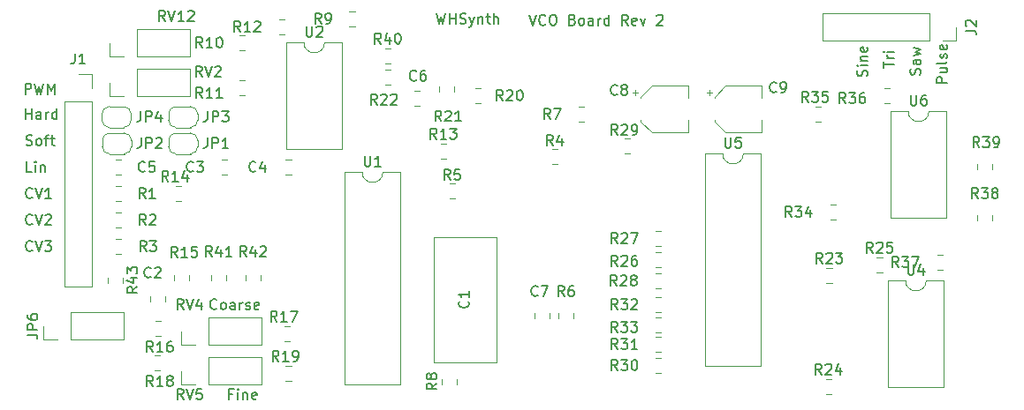
<source format=gbr>
G04 #@! TF.GenerationSoftware,KiCad,Pcbnew,(5.1.2-1)-1*
G04 #@! TF.CreationDate,2019-08-21T10:35:04-07:00*
G04 #@! TF.ProjectId,AS3340_VCO,41533333-3430-45f5-9643-4f2e6b696361,rev?*
G04 #@! TF.SameCoordinates,Original*
G04 #@! TF.FileFunction,Legend,Top*
G04 #@! TF.FilePolarity,Positive*
%FSLAX46Y46*%
G04 Gerber Fmt 4.6, Leading zero omitted, Abs format (unit mm)*
G04 Created by KiCad (PCBNEW (5.1.2-1)-1) date 2019-08-21 10:35:04*
%MOMM*%
%LPD*%
G04 APERTURE LIST*
%ADD10C,0.150000*%
%ADD11C,0.120000*%
G04 APERTURE END LIST*
D10*
X179880000Y-64222380D02*
X180118095Y-65222380D01*
X180308571Y-64508095D01*
X180499047Y-65222380D01*
X180737142Y-64222380D01*
X181118095Y-65222380D02*
X181118095Y-64222380D01*
X181118095Y-64698571D02*
X181689523Y-64698571D01*
X181689523Y-65222380D02*
X181689523Y-64222380D01*
X182118095Y-65174761D02*
X182260952Y-65222380D01*
X182499047Y-65222380D01*
X182594285Y-65174761D01*
X182641904Y-65127142D01*
X182689523Y-65031904D01*
X182689523Y-64936666D01*
X182641904Y-64841428D01*
X182594285Y-64793809D01*
X182499047Y-64746190D01*
X182308571Y-64698571D01*
X182213333Y-64650952D01*
X182165714Y-64603333D01*
X182118095Y-64508095D01*
X182118095Y-64412857D01*
X182165714Y-64317619D01*
X182213333Y-64270000D01*
X182308571Y-64222380D01*
X182546666Y-64222380D01*
X182689523Y-64270000D01*
X183022857Y-64555714D02*
X183260952Y-65222380D01*
X183499047Y-64555714D02*
X183260952Y-65222380D01*
X183165714Y-65460476D01*
X183118095Y-65508095D01*
X183022857Y-65555714D01*
X183880000Y-64555714D02*
X183880000Y-65222380D01*
X183880000Y-64650952D02*
X183927619Y-64603333D01*
X184022857Y-64555714D01*
X184165714Y-64555714D01*
X184260952Y-64603333D01*
X184308571Y-64698571D01*
X184308571Y-65222380D01*
X184641904Y-64555714D02*
X185022857Y-64555714D01*
X184784761Y-64222380D02*
X184784761Y-65079523D01*
X184832380Y-65174761D01*
X184927619Y-65222380D01*
X185022857Y-65222380D01*
X185356190Y-65222380D02*
X185356190Y-64222380D01*
X185784761Y-65222380D02*
X185784761Y-64698571D01*
X185737142Y-64603333D01*
X185641904Y-64555714D01*
X185499047Y-64555714D01*
X185403809Y-64603333D01*
X185356190Y-64650952D01*
X188746619Y-64349380D02*
X189079952Y-65349380D01*
X189413285Y-64349380D01*
X190318047Y-65254142D02*
X190270428Y-65301761D01*
X190127571Y-65349380D01*
X190032333Y-65349380D01*
X189889476Y-65301761D01*
X189794238Y-65206523D01*
X189746619Y-65111285D01*
X189699000Y-64920809D01*
X189699000Y-64777952D01*
X189746619Y-64587476D01*
X189794238Y-64492238D01*
X189889476Y-64397000D01*
X190032333Y-64349380D01*
X190127571Y-64349380D01*
X190270428Y-64397000D01*
X190318047Y-64444619D01*
X190937095Y-64349380D02*
X191127571Y-64349380D01*
X191222809Y-64397000D01*
X191318047Y-64492238D01*
X191365666Y-64682714D01*
X191365666Y-65016047D01*
X191318047Y-65206523D01*
X191222809Y-65301761D01*
X191127571Y-65349380D01*
X190937095Y-65349380D01*
X190841857Y-65301761D01*
X190746619Y-65206523D01*
X190699000Y-65016047D01*
X190699000Y-64682714D01*
X190746619Y-64492238D01*
X190841857Y-64397000D01*
X190937095Y-64349380D01*
X192889476Y-64825571D02*
X193032333Y-64873190D01*
X193079952Y-64920809D01*
X193127571Y-65016047D01*
X193127571Y-65158904D01*
X193079952Y-65254142D01*
X193032333Y-65301761D01*
X192937095Y-65349380D01*
X192556142Y-65349380D01*
X192556142Y-64349380D01*
X192889476Y-64349380D01*
X192984714Y-64397000D01*
X193032333Y-64444619D01*
X193079952Y-64539857D01*
X193079952Y-64635095D01*
X193032333Y-64730333D01*
X192984714Y-64777952D01*
X192889476Y-64825571D01*
X192556142Y-64825571D01*
X193699000Y-65349380D02*
X193603761Y-65301761D01*
X193556142Y-65254142D01*
X193508523Y-65158904D01*
X193508523Y-64873190D01*
X193556142Y-64777952D01*
X193603761Y-64730333D01*
X193699000Y-64682714D01*
X193841857Y-64682714D01*
X193937095Y-64730333D01*
X193984714Y-64777952D01*
X194032333Y-64873190D01*
X194032333Y-65158904D01*
X193984714Y-65254142D01*
X193937095Y-65301761D01*
X193841857Y-65349380D01*
X193699000Y-65349380D01*
X194889476Y-65349380D02*
X194889476Y-64825571D01*
X194841857Y-64730333D01*
X194746619Y-64682714D01*
X194556142Y-64682714D01*
X194460904Y-64730333D01*
X194889476Y-65301761D02*
X194794238Y-65349380D01*
X194556142Y-65349380D01*
X194460904Y-65301761D01*
X194413285Y-65206523D01*
X194413285Y-65111285D01*
X194460904Y-65016047D01*
X194556142Y-64968428D01*
X194794238Y-64968428D01*
X194889476Y-64920809D01*
X195365666Y-65349380D02*
X195365666Y-64682714D01*
X195365666Y-64873190D02*
X195413285Y-64777952D01*
X195460904Y-64730333D01*
X195556142Y-64682714D01*
X195651380Y-64682714D01*
X196413285Y-65349380D02*
X196413285Y-64349380D01*
X196413285Y-65301761D02*
X196318047Y-65349380D01*
X196127571Y-65349380D01*
X196032333Y-65301761D01*
X195984714Y-65254142D01*
X195937095Y-65158904D01*
X195937095Y-64873190D01*
X195984714Y-64777952D01*
X196032333Y-64730333D01*
X196127571Y-64682714D01*
X196318047Y-64682714D01*
X196413285Y-64730333D01*
X198222809Y-65349380D02*
X197889476Y-64873190D01*
X197651380Y-65349380D02*
X197651380Y-64349380D01*
X198032333Y-64349380D01*
X198127571Y-64397000D01*
X198175190Y-64444619D01*
X198222809Y-64539857D01*
X198222809Y-64682714D01*
X198175190Y-64777952D01*
X198127571Y-64825571D01*
X198032333Y-64873190D01*
X197651380Y-64873190D01*
X199032333Y-65301761D02*
X198937095Y-65349380D01*
X198746619Y-65349380D01*
X198651380Y-65301761D01*
X198603761Y-65206523D01*
X198603761Y-64825571D01*
X198651380Y-64730333D01*
X198746619Y-64682714D01*
X198937095Y-64682714D01*
X199032333Y-64730333D01*
X199079952Y-64825571D01*
X199079952Y-64920809D01*
X198603761Y-65016047D01*
X199413285Y-64682714D02*
X199651380Y-65349380D01*
X199889476Y-64682714D01*
X200984714Y-64444619D02*
X201032333Y-64397000D01*
X201127571Y-64349380D01*
X201365666Y-64349380D01*
X201460904Y-64397000D01*
X201508523Y-64444619D01*
X201556142Y-64539857D01*
X201556142Y-64635095D01*
X201508523Y-64777952D01*
X200937095Y-65349380D01*
X201556142Y-65349380D01*
X221130761Y-70238761D02*
X221178380Y-70095904D01*
X221178380Y-69857809D01*
X221130761Y-69762571D01*
X221083142Y-69714952D01*
X220987904Y-69667333D01*
X220892666Y-69667333D01*
X220797428Y-69714952D01*
X220749809Y-69762571D01*
X220702190Y-69857809D01*
X220654571Y-70048285D01*
X220606952Y-70143523D01*
X220559333Y-70191142D01*
X220464095Y-70238761D01*
X220368857Y-70238761D01*
X220273619Y-70191142D01*
X220226000Y-70143523D01*
X220178380Y-70048285D01*
X220178380Y-69810190D01*
X220226000Y-69667333D01*
X221178380Y-69238761D02*
X220511714Y-69238761D01*
X220178380Y-69238761D02*
X220226000Y-69286380D01*
X220273619Y-69238761D01*
X220226000Y-69191142D01*
X220178380Y-69238761D01*
X220273619Y-69238761D01*
X220511714Y-68762571D02*
X221178380Y-68762571D01*
X220606952Y-68762571D02*
X220559333Y-68714952D01*
X220511714Y-68619714D01*
X220511714Y-68476857D01*
X220559333Y-68381619D01*
X220654571Y-68334000D01*
X221178380Y-68334000D01*
X221130761Y-67476857D02*
X221178380Y-67572095D01*
X221178380Y-67762571D01*
X221130761Y-67857809D01*
X221035523Y-67905428D01*
X220654571Y-67905428D01*
X220559333Y-67857809D01*
X220511714Y-67762571D01*
X220511714Y-67572095D01*
X220559333Y-67476857D01*
X220654571Y-67429238D01*
X220749809Y-67429238D01*
X220845047Y-67905428D01*
X222718380Y-69413333D02*
X222718380Y-68841904D01*
X223718380Y-69127619D02*
X222718380Y-69127619D01*
X223718380Y-68508571D02*
X223051714Y-68508571D01*
X223242190Y-68508571D02*
X223146952Y-68460952D01*
X223099333Y-68413333D01*
X223051714Y-68318095D01*
X223051714Y-68222857D01*
X223718380Y-67889523D02*
X223051714Y-67889523D01*
X222718380Y-67889523D02*
X222766000Y-67937142D01*
X222813619Y-67889523D01*
X222766000Y-67841904D01*
X222718380Y-67889523D01*
X222813619Y-67889523D01*
X228798380Y-70897523D02*
X227798380Y-70897523D01*
X227798380Y-70516571D01*
X227846000Y-70421333D01*
X227893619Y-70373714D01*
X227988857Y-70326095D01*
X228131714Y-70326095D01*
X228226952Y-70373714D01*
X228274571Y-70421333D01*
X228322190Y-70516571D01*
X228322190Y-70897523D01*
X228131714Y-69468952D02*
X228798380Y-69468952D01*
X228131714Y-69897523D02*
X228655523Y-69897523D01*
X228750761Y-69849904D01*
X228798380Y-69754666D01*
X228798380Y-69611809D01*
X228750761Y-69516571D01*
X228703142Y-69468952D01*
X228798380Y-68849904D02*
X228750761Y-68945142D01*
X228655523Y-68992761D01*
X227798380Y-68992761D01*
X228750761Y-68516571D02*
X228798380Y-68421333D01*
X228798380Y-68230857D01*
X228750761Y-68135619D01*
X228655523Y-68088000D01*
X228607904Y-68088000D01*
X228512666Y-68135619D01*
X228465047Y-68230857D01*
X228465047Y-68373714D01*
X228417428Y-68468952D01*
X228322190Y-68516571D01*
X228274571Y-68516571D01*
X228179333Y-68468952D01*
X228131714Y-68373714D01*
X228131714Y-68230857D01*
X228179333Y-68135619D01*
X228750761Y-67278476D02*
X228798380Y-67373714D01*
X228798380Y-67564190D01*
X228750761Y-67659428D01*
X228655523Y-67707047D01*
X228274571Y-67707047D01*
X228179333Y-67659428D01*
X228131714Y-67564190D01*
X228131714Y-67373714D01*
X228179333Y-67278476D01*
X228274571Y-67230857D01*
X228369809Y-67230857D01*
X228465047Y-67707047D01*
X226210761Y-70095904D02*
X226258380Y-69953047D01*
X226258380Y-69714952D01*
X226210761Y-69619714D01*
X226163142Y-69572095D01*
X226067904Y-69524476D01*
X225972666Y-69524476D01*
X225877428Y-69572095D01*
X225829809Y-69619714D01*
X225782190Y-69714952D01*
X225734571Y-69905428D01*
X225686952Y-70000666D01*
X225639333Y-70048285D01*
X225544095Y-70095904D01*
X225448857Y-70095904D01*
X225353619Y-70048285D01*
X225306000Y-70000666D01*
X225258380Y-69905428D01*
X225258380Y-69667333D01*
X225306000Y-69524476D01*
X226258380Y-68667333D02*
X225734571Y-68667333D01*
X225639333Y-68714952D01*
X225591714Y-68810190D01*
X225591714Y-69000666D01*
X225639333Y-69095904D01*
X226210761Y-68667333D02*
X226258380Y-68762571D01*
X226258380Y-69000666D01*
X226210761Y-69095904D01*
X226115523Y-69143523D01*
X226020285Y-69143523D01*
X225925047Y-69095904D01*
X225877428Y-69000666D01*
X225877428Y-68762571D01*
X225829809Y-68667333D01*
X225591714Y-68286380D02*
X226258380Y-68095904D01*
X225782190Y-67905428D01*
X226258380Y-67714952D01*
X225591714Y-67524476D01*
X141136761Y-86971142D02*
X141089142Y-87018761D01*
X140946285Y-87066380D01*
X140851047Y-87066380D01*
X140708190Y-87018761D01*
X140612952Y-86923523D01*
X140565333Y-86828285D01*
X140517714Y-86637809D01*
X140517714Y-86494952D01*
X140565333Y-86304476D01*
X140612952Y-86209238D01*
X140708190Y-86114000D01*
X140851047Y-86066380D01*
X140946285Y-86066380D01*
X141089142Y-86114000D01*
X141136761Y-86161619D01*
X141422476Y-86066380D02*
X141755809Y-87066380D01*
X142089142Y-86066380D01*
X142327238Y-86066380D02*
X142946285Y-86066380D01*
X142612952Y-86447333D01*
X142755809Y-86447333D01*
X142851047Y-86494952D01*
X142898666Y-86542571D01*
X142946285Y-86637809D01*
X142946285Y-86875904D01*
X142898666Y-86971142D01*
X142851047Y-87018761D01*
X142755809Y-87066380D01*
X142470095Y-87066380D01*
X142374857Y-87018761D01*
X142327238Y-86971142D01*
X141136761Y-84431142D02*
X141089142Y-84478761D01*
X140946285Y-84526380D01*
X140851047Y-84526380D01*
X140708190Y-84478761D01*
X140612952Y-84383523D01*
X140565333Y-84288285D01*
X140517714Y-84097809D01*
X140517714Y-83954952D01*
X140565333Y-83764476D01*
X140612952Y-83669238D01*
X140708190Y-83574000D01*
X140851047Y-83526380D01*
X140946285Y-83526380D01*
X141089142Y-83574000D01*
X141136761Y-83621619D01*
X141422476Y-83526380D02*
X141755809Y-84526380D01*
X142089142Y-83526380D01*
X142374857Y-83621619D02*
X142422476Y-83574000D01*
X142517714Y-83526380D01*
X142755809Y-83526380D01*
X142851047Y-83574000D01*
X142898666Y-83621619D01*
X142946285Y-83716857D01*
X142946285Y-83812095D01*
X142898666Y-83954952D01*
X142327238Y-84526380D01*
X142946285Y-84526380D01*
X141136761Y-81891142D02*
X141089142Y-81938761D01*
X140946285Y-81986380D01*
X140851047Y-81986380D01*
X140708190Y-81938761D01*
X140612952Y-81843523D01*
X140565333Y-81748285D01*
X140517714Y-81557809D01*
X140517714Y-81414952D01*
X140565333Y-81224476D01*
X140612952Y-81129238D01*
X140708190Y-81034000D01*
X140851047Y-80986380D01*
X140946285Y-80986380D01*
X141089142Y-81034000D01*
X141136761Y-81081619D01*
X141422476Y-80986380D02*
X141755809Y-81986380D01*
X142089142Y-80986380D01*
X142946285Y-81986380D02*
X142374857Y-81986380D01*
X142660571Y-81986380D02*
X142660571Y-80986380D01*
X142565333Y-81129238D01*
X142470095Y-81224476D01*
X142374857Y-81272095D01*
X141097047Y-79446380D02*
X140620857Y-79446380D01*
X140620857Y-78446380D01*
X141430380Y-79446380D02*
X141430380Y-78779714D01*
X141430380Y-78446380D02*
X141382761Y-78494000D01*
X141430380Y-78541619D01*
X141478000Y-78494000D01*
X141430380Y-78446380D01*
X141430380Y-78541619D01*
X141906571Y-78779714D02*
X141906571Y-79446380D01*
X141906571Y-78874952D02*
X141954190Y-78827333D01*
X142049428Y-78779714D01*
X142192285Y-78779714D01*
X142287523Y-78827333D01*
X142335142Y-78922571D01*
X142335142Y-79446380D01*
X140549476Y-76858761D02*
X140692333Y-76906380D01*
X140930428Y-76906380D01*
X141025666Y-76858761D01*
X141073285Y-76811142D01*
X141120904Y-76715904D01*
X141120904Y-76620666D01*
X141073285Y-76525428D01*
X141025666Y-76477809D01*
X140930428Y-76430190D01*
X140739952Y-76382571D01*
X140644714Y-76334952D01*
X140597095Y-76287333D01*
X140549476Y-76192095D01*
X140549476Y-76096857D01*
X140597095Y-76001619D01*
X140644714Y-75954000D01*
X140739952Y-75906380D01*
X140978047Y-75906380D01*
X141120904Y-75954000D01*
X141692333Y-76906380D02*
X141597095Y-76858761D01*
X141549476Y-76811142D01*
X141501857Y-76715904D01*
X141501857Y-76430190D01*
X141549476Y-76334952D01*
X141597095Y-76287333D01*
X141692333Y-76239714D01*
X141835190Y-76239714D01*
X141930428Y-76287333D01*
X141978047Y-76334952D01*
X142025666Y-76430190D01*
X142025666Y-76715904D01*
X141978047Y-76811142D01*
X141930428Y-76858761D01*
X141835190Y-76906380D01*
X141692333Y-76906380D01*
X142311380Y-76239714D02*
X142692333Y-76239714D01*
X142454238Y-76906380D02*
X142454238Y-76049238D01*
X142501857Y-75954000D01*
X142597095Y-75906380D01*
X142692333Y-75906380D01*
X142882809Y-76239714D02*
X143263761Y-76239714D01*
X143025666Y-75906380D02*
X143025666Y-76763523D01*
X143073285Y-76858761D01*
X143168523Y-76906380D01*
X143263761Y-76906380D01*
X140486000Y-74366380D02*
X140486000Y-73366380D01*
X140486000Y-73842571D02*
X141057428Y-73842571D01*
X141057428Y-74366380D02*
X141057428Y-73366380D01*
X141962190Y-74366380D02*
X141962190Y-73842571D01*
X141914571Y-73747333D01*
X141819333Y-73699714D01*
X141628857Y-73699714D01*
X141533619Y-73747333D01*
X141962190Y-74318761D02*
X141866952Y-74366380D01*
X141628857Y-74366380D01*
X141533619Y-74318761D01*
X141486000Y-74223523D01*
X141486000Y-74128285D01*
X141533619Y-74033047D01*
X141628857Y-73985428D01*
X141866952Y-73985428D01*
X141962190Y-73937809D01*
X142438380Y-74366380D02*
X142438380Y-73699714D01*
X142438380Y-73890190D02*
X142486000Y-73794952D01*
X142533619Y-73747333D01*
X142628857Y-73699714D01*
X142724095Y-73699714D01*
X143486000Y-74366380D02*
X143486000Y-73366380D01*
X143486000Y-74318761D02*
X143390761Y-74366380D01*
X143200285Y-74366380D01*
X143105047Y-74318761D01*
X143057428Y-74271142D01*
X143009809Y-74175904D01*
X143009809Y-73890190D01*
X143057428Y-73794952D01*
X143105047Y-73747333D01*
X143200285Y-73699714D01*
X143390761Y-73699714D01*
X143486000Y-73747333D01*
X140454238Y-71953380D02*
X140454238Y-70953380D01*
X140835190Y-70953380D01*
X140930428Y-71001000D01*
X140978047Y-71048619D01*
X141025666Y-71143857D01*
X141025666Y-71286714D01*
X140978047Y-71381952D01*
X140930428Y-71429571D01*
X140835190Y-71477190D01*
X140454238Y-71477190D01*
X141359000Y-70953380D02*
X141597095Y-71953380D01*
X141787571Y-71239095D01*
X141978047Y-71953380D01*
X142216142Y-70953380D01*
X142597095Y-71953380D02*
X142597095Y-70953380D01*
X142930428Y-71667666D01*
X143263761Y-70953380D01*
X143263761Y-71953380D01*
X160313809Y-100766571D02*
X159980476Y-100766571D01*
X159980476Y-101290380D02*
X159980476Y-100290380D01*
X160456666Y-100290380D01*
X160837619Y-101290380D02*
X160837619Y-100623714D01*
X160837619Y-100290380D02*
X160790000Y-100338000D01*
X160837619Y-100385619D01*
X160885238Y-100338000D01*
X160837619Y-100290380D01*
X160837619Y-100385619D01*
X161313809Y-100623714D02*
X161313809Y-101290380D01*
X161313809Y-100718952D02*
X161361428Y-100671333D01*
X161456666Y-100623714D01*
X161599523Y-100623714D01*
X161694761Y-100671333D01*
X161742380Y-100766571D01*
X161742380Y-101290380D01*
X162599523Y-101242761D02*
X162504285Y-101290380D01*
X162313809Y-101290380D01*
X162218571Y-101242761D01*
X162170952Y-101147523D01*
X162170952Y-100766571D01*
X162218571Y-100671333D01*
X162313809Y-100623714D01*
X162504285Y-100623714D01*
X162599523Y-100671333D01*
X162647142Y-100766571D01*
X162647142Y-100861809D01*
X162170952Y-100957047D01*
X158789904Y-92559142D02*
X158742285Y-92606761D01*
X158599428Y-92654380D01*
X158504190Y-92654380D01*
X158361333Y-92606761D01*
X158266095Y-92511523D01*
X158218476Y-92416285D01*
X158170857Y-92225809D01*
X158170857Y-92082952D01*
X158218476Y-91892476D01*
X158266095Y-91797238D01*
X158361333Y-91702000D01*
X158504190Y-91654380D01*
X158599428Y-91654380D01*
X158742285Y-91702000D01*
X158789904Y-91749619D01*
X159361333Y-92654380D02*
X159266095Y-92606761D01*
X159218476Y-92559142D01*
X159170857Y-92463904D01*
X159170857Y-92178190D01*
X159218476Y-92082952D01*
X159266095Y-92035333D01*
X159361333Y-91987714D01*
X159504190Y-91987714D01*
X159599428Y-92035333D01*
X159647047Y-92082952D01*
X159694666Y-92178190D01*
X159694666Y-92463904D01*
X159647047Y-92559142D01*
X159599428Y-92606761D01*
X159504190Y-92654380D01*
X159361333Y-92654380D01*
X160551809Y-92654380D02*
X160551809Y-92130571D01*
X160504190Y-92035333D01*
X160408952Y-91987714D01*
X160218476Y-91987714D01*
X160123238Y-92035333D01*
X160551809Y-92606761D02*
X160456571Y-92654380D01*
X160218476Y-92654380D01*
X160123238Y-92606761D01*
X160075619Y-92511523D01*
X160075619Y-92416285D01*
X160123238Y-92321047D01*
X160218476Y-92273428D01*
X160456571Y-92273428D01*
X160551809Y-92225809D01*
X161028000Y-92654380D02*
X161028000Y-91987714D01*
X161028000Y-92178190D02*
X161075619Y-92082952D01*
X161123238Y-92035333D01*
X161218476Y-91987714D01*
X161313714Y-91987714D01*
X161599428Y-92606761D02*
X161694666Y-92654380D01*
X161885142Y-92654380D01*
X161980380Y-92606761D01*
X162028000Y-92511523D01*
X162028000Y-92463904D01*
X161980380Y-92368666D01*
X161885142Y-92321047D01*
X161742285Y-92321047D01*
X161647047Y-92273428D01*
X161599428Y-92178190D01*
X161599428Y-92130571D01*
X161647047Y-92035333D01*
X161742285Y-91987714D01*
X161885142Y-91987714D01*
X161980380Y-92035333D01*
X162837523Y-92606761D02*
X162742285Y-92654380D01*
X162551809Y-92654380D01*
X162456571Y-92606761D01*
X162408952Y-92511523D01*
X162408952Y-92130571D01*
X162456571Y-92035333D01*
X162551809Y-91987714D01*
X162742285Y-91987714D01*
X162837523Y-92035333D01*
X162885142Y-92130571D01*
X162885142Y-92225809D01*
X162408952Y-92321047D01*
D11*
X182626000Y-85694000D02*
X185626000Y-85694000D01*
X185626000Y-85694000D02*
X185626000Y-97694000D01*
X185626000Y-97694000D02*
X179626000Y-97694000D01*
X179626000Y-97694000D02*
X179626000Y-85694000D01*
X179626000Y-85694000D02*
X182626000Y-85694000D01*
X153872000Y-91874078D02*
X153872000Y-91356922D01*
X152452000Y-91874078D02*
X152452000Y-91356922D01*
X159770578Y-78284000D02*
X159253422Y-78284000D01*
X159770578Y-79704000D02*
X159253422Y-79704000D01*
X165945078Y-78284000D02*
X165427922Y-78284000D01*
X165945078Y-79704000D02*
X165427922Y-79704000D01*
X149610578Y-78284000D02*
X149093422Y-78284000D01*
X149610578Y-79704000D02*
X149093422Y-79704000D01*
X174922922Y-71068000D02*
X175440078Y-71068000D01*
X174922922Y-69648000D02*
X175440078Y-69648000D01*
X149610578Y-80824000D02*
X149093422Y-80824000D01*
X149610578Y-82244000D02*
X149093422Y-82244000D01*
X149610578Y-83364000D02*
X149093422Y-83364000D01*
X149610578Y-84784000D02*
X149093422Y-84784000D01*
X149610578Y-85904000D02*
X149093422Y-85904000D01*
X149610578Y-87324000D02*
X149093422Y-87324000D01*
X190924922Y-78688000D02*
X191442078Y-78688000D01*
X190924922Y-77268000D02*
X191442078Y-77268000D01*
X181097422Y-81990000D02*
X181614578Y-81990000D01*
X181097422Y-80570000D02*
X181614578Y-80570000D01*
X192988000Y-93476578D02*
X192988000Y-92959422D01*
X191568000Y-93476578D02*
X191568000Y-92959422D01*
X193464922Y-74624000D02*
X193982078Y-74624000D01*
X193464922Y-73204000D02*
X193982078Y-73204000D01*
X181812000Y-99826578D02*
X181812000Y-99309422D01*
X180392000Y-99826578D02*
X180392000Y-99309422D01*
X171523922Y-65480000D02*
X172041078Y-65480000D01*
X171523922Y-64060000D02*
X172041078Y-64060000D01*
X161470078Y-66346000D02*
X160952922Y-66346000D01*
X161470078Y-67766000D02*
X160952922Y-67766000D01*
X161470078Y-70664000D02*
X160952922Y-70664000D01*
X161470078Y-72084000D02*
X160952922Y-72084000D01*
X165280078Y-64822000D02*
X164762922Y-64822000D01*
X165280078Y-66242000D02*
X164762922Y-66242000D01*
X155374078Y-80824000D02*
X154856922Y-80824000D01*
X155374078Y-82244000D02*
X154856922Y-82244000D01*
X156158000Y-89842078D02*
X156158000Y-89324922D01*
X154738000Y-89842078D02*
X154738000Y-89324922D01*
X153420578Y-93778000D02*
X152903422Y-93778000D01*
X153420578Y-95198000D02*
X152903422Y-95198000D01*
X165788078Y-94286000D02*
X165270922Y-94286000D01*
X165788078Y-95706000D02*
X165270922Y-95706000D01*
X153342078Y-97080000D02*
X152824922Y-97080000D01*
X153342078Y-98500000D02*
X152824922Y-98500000D01*
X165945078Y-98096000D02*
X165427922Y-98096000D01*
X165945078Y-99516000D02*
X165427922Y-99516000D01*
X183558922Y-72846000D02*
X184076078Y-72846000D01*
X183558922Y-71426000D02*
X184076078Y-71426000D01*
X181558000Y-71711078D02*
X181558000Y-71193922D01*
X180138000Y-71711078D02*
X180138000Y-71193922D01*
X177716922Y-73100000D02*
X178234078Y-73100000D01*
X177716922Y-71680000D02*
X178234078Y-71680000D01*
X217243922Y-90118000D02*
X217761078Y-90118000D01*
X217243922Y-88698000D02*
X217761078Y-88698000D01*
X217165422Y-100786000D02*
X217682578Y-100786000D01*
X217165422Y-99366000D02*
X217682578Y-99366000D01*
X222069922Y-89102000D02*
X222587078Y-89102000D01*
X222069922Y-87682000D02*
X222587078Y-87682000D01*
X200830922Y-88594000D02*
X201348078Y-88594000D01*
X200830922Y-87174000D02*
X201348078Y-87174000D01*
X201348078Y-85142000D02*
X200830922Y-85142000D01*
X201348078Y-86562000D02*
X200830922Y-86562000D01*
X201348078Y-89206000D02*
X200830922Y-89206000D01*
X201348078Y-90626000D02*
X200830922Y-90626000D01*
X198378578Y-76252000D02*
X197861422Y-76252000D01*
X198378578Y-77672000D02*
X197861422Y-77672000D01*
X201348078Y-97334000D02*
X200830922Y-97334000D01*
X201348078Y-98754000D02*
X200830922Y-98754000D01*
X200830922Y-96722000D02*
X201348078Y-96722000D01*
X200830922Y-95302000D02*
X201348078Y-95302000D01*
X201348078Y-91492000D02*
X200830922Y-91492000D01*
X201348078Y-92912000D02*
X200830922Y-92912000D01*
X201348078Y-93397000D02*
X200830922Y-93397000D01*
X201348078Y-94817000D02*
X200830922Y-94817000D01*
X217594922Y-84022000D02*
X218112078Y-84022000D01*
X217594922Y-82602000D02*
X218112078Y-82602000D01*
X216149422Y-74624000D02*
X216666578Y-74624000D01*
X216149422Y-73204000D02*
X216666578Y-73204000D01*
X223270578Y-71426000D02*
X222753422Y-71426000D01*
X223270578Y-72846000D02*
X222753422Y-72846000D01*
X227833422Y-88848000D02*
X228350578Y-88848000D01*
X227833422Y-87428000D02*
X228350578Y-87428000D01*
X233120000Y-84078578D02*
X233120000Y-83561422D01*
X231700000Y-84078578D02*
X231700000Y-83561422D01*
X233120000Y-79174078D02*
X233120000Y-78656922D01*
X231700000Y-79174078D02*
X231700000Y-78656922D01*
X148530000Y-72196000D02*
X148530000Y-70866000D01*
X149860000Y-72196000D02*
X148530000Y-72196000D01*
X151130000Y-72196000D02*
X151130000Y-69536000D01*
X151130000Y-69536000D02*
X156270000Y-69536000D01*
X151130000Y-72196000D02*
X156270000Y-72196000D01*
X156270000Y-72196000D02*
X156270000Y-69536000D01*
X155388000Y-96072000D02*
X155388000Y-94742000D01*
X156718000Y-96072000D02*
X155388000Y-96072000D01*
X157988000Y-96072000D02*
X157988000Y-93412000D01*
X157988000Y-93412000D02*
X163128000Y-93412000D01*
X157988000Y-96072000D02*
X163128000Y-96072000D01*
X163128000Y-96072000D02*
X163128000Y-93412000D01*
X155388000Y-99882000D02*
X155388000Y-98552000D01*
X156718000Y-99882000D02*
X155388000Y-99882000D01*
X157988000Y-99882000D02*
X157988000Y-97222000D01*
X157988000Y-97222000D02*
X163128000Y-97222000D01*
X157988000Y-99882000D02*
X163128000Y-99882000D01*
X163128000Y-99882000D02*
X163128000Y-97222000D01*
X148530000Y-68386000D02*
X148530000Y-67056000D01*
X149860000Y-68386000D02*
X148530000Y-68386000D01*
X151130000Y-68386000D02*
X151130000Y-65726000D01*
X151130000Y-65726000D02*
X156270000Y-65726000D01*
X151130000Y-68386000D02*
X156270000Y-68386000D01*
X156270000Y-68386000D02*
X156270000Y-65726000D01*
X156290000Y-77708000D02*
X154890000Y-77708000D01*
X154190000Y-77008000D02*
X154190000Y-76408000D01*
X154890000Y-75708000D02*
X156290000Y-75708000D01*
X156990000Y-76408000D02*
X156990000Y-77008000D01*
X156990000Y-77008000D02*
G75*
G02X156290000Y-77708000I-700000J0D01*
G01*
X156290000Y-75708000D02*
G75*
G02X156990000Y-76408000I0J-700000D01*
G01*
X154190000Y-76408000D02*
G75*
G02X154890000Y-75708000I700000J0D01*
G01*
X154890000Y-77708000D02*
G75*
G02X154190000Y-77008000I0J700000D01*
G01*
X156290000Y-75168000D02*
X154890000Y-75168000D01*
X154190000Y-74468000D02*
X154190000Y-73868000D01*
X154890000Y-73168000D02*
X156290000Y-73168000D01*
X156990000Y-73868000D02*
X156990000Y-74468000D01*
X156990000Y-74468000D02*
G75*
G02X156290000Y-75168000I-700000J0D01*
G01*
X156290000Y-73168000D02*
G75*
G02X156990000Y-73868000I0J-700000D01*
G01*
X154190000Y-73868000D02*
G75*
G02X154890000Y-73168000I700000J0D01*
G01*
X154890000Y-75168000D02*
G75*
G02X154190000Y-74468000I0J700000D01*
G01*
X148540000Y-75708000D02*
X149940000Y-75708000D01*
X150640000Y-76408000D02*
X150640000Y-77008000D01*
X149940000Y-77708000D02*
X148540000Y-77708000D01*
X147840000Y-77008000D02*
X147840000Y-76408000D01*
X147840000Y-76408000D02*
G75*
G02X148540000Y-75708000I700000J0D01*
G01*
X148540000Y-77708000D02*
G75*
G02X147840000Y-77008000I0J700000D01*
G01*
X150640000Y-77008000D02*
G75*
G02X149940000Y-77708000I-700000J0D01*
G01*
X149940000Y-75708000D02*
G75*
G02X150640000Y-76408000I0J-700000D01*
G01*
X149910000Y-73168000D02*
G75*
G02X150610000Y-73868000I0J-700000D01*
G01*
X150610000Y-74468000D02*
G75*
G02X149910000Y-75168000I-700000J0D01*
G01*
X148510000Y-75168000D02*
G75*
G02X147810000Y-74468000I0J700000D01*
G01*
X147810000Y-73868000D02*
G75*
G02X148510000Y-73168000I700000J0D01*
G01*
X147810000Y-74468000D02*
X147810000Y-73868000D01*
X149910000Y-75168000D02*
X148510000Y-75168000D01*
X150610000Y-73868000D02*
X150610000Y-74468000D01*
X148510000Y-73168000D02*
X149910000Y-73168000D01*
X144212000Y-72644000D02*
X146872000Y-72644000D01*
X144212000Y-72644000D02*
X144212000Y-90484000D01*
X144212000Y-90484000D02*
X146872000Y-90484000D01*
X146872000Y-72644000D02*
X146872000Y-90484000D01*
X146872000Y-70044000D02*
X146872000Y-71374000D01*
X145542000Y-70044000D02*
X146872000Y-70044000D01*
X227076000Y-64202000D02*
X227076000Y-66862000D01*
X227076000Y-64202000D02*
X216856000Y-64202000D01*
X216856000Y-64202000D02*
X216856000Y-66862000D01*
X227076000Y-66862000D02*
X216856000Y-66862000D01*
X229676000Y-66862000D02*
X228346000Y-66862000D01*
X229676000Y-65532000D02*
X229676000Y-66862000D01*
X189282000Y-93476578D02*
X189282000Y-92959422D01*
X190702000Y-93476578D02*
X190702000Y-92959422D01*
X180256922Y-78180000D02*
X180774078Y-78180000D01*
X180256922Y-76760000D02*
X180774078Y-76760000D01*
X174922922Y-67616000D02*
X175440078Y-67616000D01*
X174922922Y-69036000D02*
X175440078Y-69036000D01*
X159714000Y-89324922D02*
X159714000Y-89842078D01*
X158294000Y-89324922D02*
X158294000Y-89842078D01*
X161596000Y-89324922D02*
X161596000Y-89842078D01*
X163016000Y-89324922D02*
X163016000Y-89842078D01*
X149920000Y-95564000D02*
X149920000Y-92904000D01*
X144780000Y-95564000D02*
X149920000Y-95564000D01*
X144780000Y-92904000D02*
X149920000Y-92904000D01*
X144780000Y-95564000D02*
X144780000Y-92904000D01*
X143510000Y-95564000D02*
X142180000Y-95564000D01*
X142180000Y-95564000D02*
X142180000Y-94234000D01*
X149808000Y-89578922D02*
X149808000Y-90096078D01*
X148388000Y-89578922D02*
X148388000Y-90096078D01*
X174736000Y-79442000D02*
G75*
G02X172736000Y-79442000I-1000000J0D01*
G01*
X172736000Y-79442000D02*
X171086000Y-79442000D01*
X171086000Y-79442000D02*
X171086000Y-99882000D01*
X171086000Y-99882000D02*
X176386000Y-99882000D01*
X176386000Y-99882000D02*
X176386000Y-79442000D01*
X176386000Y-79442000D02*
X174736000Y-79442000D01*
X169148000Y-66996000D02*
G75*
G02X167148000Y-66996000I-1000000J0D01*
G01*
X167148000Y-66996000D02*
X165498000Y-66996000D01*
X165498000Y-66996000D02*
X165498000Y-77276000D01*
X165498000Y-77276000D02*
X170798000Y-77276000D01*
X170798000Y-77276000D02*
X170798000Y-66996000D01*
X170798000Y-66996000D02*
X169148000Y-66996000D01*
X226806000Y-89856000D02*
G75*
G02X224806000Y-89856000I-1000000J0D01*
G01*
X224806000Y-89856000D02*
X223156000Y-89856000D01*
X223156000Y-89856000D02*
X223156000Y-100136000D01*
X223156000Y-100136000D02*
X228456000Y-100136000D01*
X228456000Y-100136000D02*
X228456000Y-89856000D01*
X228456000Y-89856000D02*
X226806000Y-89856000D01*
X228710000Y-73600000D02*
X227060000Y-73600000D01*
X228710000Y-83880000D02*
X228710000Y-73600000D01*
X223410000Y-83880000D02*
X228710000Y-83880000D01*
X223410000Y-73600000D02*
X223410000Y-83880000D01*
X225060000Y-73600000D02*
X223410000Y-73600000D01*
X227060000Y-73600000D02*
G75*
G02X225060000Y-73600000I-1000000J0D01*
G01*
X209280000Y-77664000D02*
G75*
G02X207280000Y-77664000I-1000000J0D01*
G01*
X207280000Y-77664000D02*
X205630000Y-77664000D01*
X205630000Y-77664000D02*
X205630000Y-98104000D01*
X205630000Y-98104000D02*
X210930000Y-98104000D01*
X210930000Y-98104000D02*
X210930000Y-77664000D01*
X210930000Y-77664000D02*
X209280000Y-77664000D01*
X203958000Y-75666000D02*
X203958000Y-74466000D01*
X203958000Y-71146000D02*
X203958000Y-72346000D01*
X200502437Y-71146000D02*
X203958000Y-71146000D01*
X200502437Y-75666000D02*
X203958000Y-75666000D01*
X199438000Y-74601563D02*
X199438000Y-74466000D01*
X199438000Y-72210437D02*
X199438000Y-72346000D01*
X199438000Y-72210437D02*
X200502437Y-71146000D01*
X199438000Y-74601563D02*
X200502437Y-75666000D01*
X198698000Y-71846000D02*
X199198000Y-71846000D01*
X198948000Y-71596000D02*
X198948000Y-72096000D01*
X206016000Y-71596000D02*
X206016000Y-72096000D01*
X205766000Y-71846000D02*
X206266000Y-71846000D01*
X206506000Y-74601563D02*
X207570437Y-75666000D01*
X206506000Y-72210437D02*
X207570437Y-71146000D01*
X206506000Y-72210437D02*
X206506000Y-72346000D01*
X206506000Y-74601563D02*
X206506000Y-74466000D01*
X207570437Y-75666000D02*
X211026000Y-75666000D01*
X207570437Y-71146000D02*
X211026000Y-71146000D01*
X211026000Y-71146000D02*
X211026000Y-72346000D01*
X211026000Y-75666000D02*
X211026000Y-74466000D01*
D10*
X182883142Y-91860666D02*
X182930761Y-91908285D01*
X182978380Y-92051142D01*
X182978380Y-92146380D01*
X182930761Y-92289238D01*
X182835523Y-92384476D01*
X182740285Y-92432095D01*
X182549809Y-92479714D01*
X182406952Y-92479714D01*
X182216476Y-92432095D01*
X182121238Y-92384476D01*
X182026000Y-92289238D01*
X181978380Y-92146380D01*
X181978380Y-92051142D01*
X182026000Y-91908285D01*
X182073619Y-91860666D01*
X182978380Y-90908285D02*
X182978380Y-91479714D01*
X182978380Y-91194000D02*
X181978380Y-91194000D01*
X182121238Y-91289238D01*
X182216476Y-91384476D01*
X182264095Y-91479714D01*
X152487333Y-89511142D02*
X152439714Y-89558761D01*
X152296857Y-89606380D01*
X152201619Y-89606380D01*
X152058761Y-89558761D01*
X151963523Y-89463523D01*
X151915904Y-89368285D01*
X151868285Y-89177809D01*
X151868285Y-89034952D01*
X151915904Y-88844476D01*
X151963523Y-88749238D01*
X152058761Y-88654000D01*
X152201619Y-88606380D01*
X152296857Y-88606380D01*
X152439714Y-88654000D01*
X152487333Y-88701619D01*
X152868285Y-88701619D02*
X152915904Y-88654000D01*
X153011142Y-88606380D01*
X153249238Y-88606380D01*
X153344476Y-88654000D01*
X153392095Y-88701619D01*
X153439714Y-88796857D01*
X153439714Y-88892095D01*
X153392095Y-89034952D01*
X152820666Y-89606380D01*
X153439714Y-89606380D01*
X156551333Y-79351142D02*
X156503714Y-79398761D01*
X156360857Y-79446380D01*
X156265619Y-79446380D01*
X156122761Y-79398761D01*
X156027523Y-79303523D01*
X155979904Y-79208285D01*
X155932285Y-79017809D01*
X155932285Y-78874952D01*
X155979904Y-78684476D01*
X156027523Y-78589238D01*
X156122761Y-78494000D01*
X156265619Y-78446380D01*
X156360857Y-78446380D01*
X156503714Y-78494000D01*
X156551333Y-78541619D01*
X156884666Y-78446380D02*
X157503714Y-78446380D01*
X157170380Y-78827333D01*
X157313238Y-78827333D01*
X157408476Y-78874952D01*
X157456095Y-78922571D01*
X157503714Y-79017809D01*
X157503714Y-79255904D01*
X157456095Y-79351142D01*
X157408476Y-79398761D01*
X157313238Y-79446380D01*
X157027523Y-79446380D01*
X156932285Y-79398761D01*
X156884666Y-79351142D01*
X162550333Y-79351142D02*
X162502714Y-79398761D01*
X162359857Y-79446380D01*
X162264619Y-79446380D01*
X162121761Y-79398761D01*
X162026523Y-79303523D01*
X161978904Y-79208285D01*
X161931285Y-79017809D01*
X161931285Y-78874952D01*
X161978904Y-78684476D01*
X162026523Y-78589238D01*
X162121761Y-78494000D01*
X162264619Y-78446380D01*
X162359857Y-78446380D01*
X162502714Y-78494000D01*
X162550333Y-78541619D01*
X163407476Y-78779714D02*
X163407476Y-79446380D01*
X163169380Y-78398761D02*
X162931285Y-79113047D01*
X163550333Y-79113047D01*
X151930833Y-79351142D02*
X151883214Y-79398761D01*
X151740357Y-79446380D01*
X151645119Y-79446380D01*
X151502261Y-79398761D01*
X151407023Y-79303523D01*
X151359404Y-79208285D01*
X151311785Y-79017809D01*
X151311785Y-78874952D01*
X151359404Y-78684476D01*
X151407023Y-78589238D01*
X151502261Y-78494000D01*
X151645119Y-78446380D01*
X151740357Y-78446380D01*
X151883214Y-78494000D01*
X151930833Y-78541619D01*
X152835595Y-78446380D02*
X152359404Y-78446380D01*
X152311785Y-78922571D01*
X152359404Y-78874952D01*
X152454642Y-78827333D01*
X152692738Y-78827333D01*
X152787976Y-78874952D01*
X152835595Y-78922571D01*
X152883214Y-79017809D01*
X152883214Y-79255904D01*
X152835595Y-79351142D01*
X152787976Y-79398761D01*
X152692738Y-79446380D01*
X152454642Y-79446380D01*
X152359404Y-79398761D01*
X152311785Y-79351142D01*
X177935833Y-70588142D02*
X177888214Y-70635761D01*
X177745357Y-70683380D01*
X177650119Y-70683380D01*
X177507261Y-70635761D01*
X177412023Y-70540523D01*
X177364404Y-70445285D01*
X177316785Y-70254809D01*
X177316785Y-70111952D01*
X177364404Y-69921476D01*
X177412023Y-69826238D01*
X177507261Y-69731000D01*
X177650119Y-69683380D01*
X177745357Y-69683380D01*
X177888214Y-69731000D01*
X177935833Y-69778619D01*
X178792976Y-69683380D02*
X178602500Y-69683380D01*
X178507261Y-69731000D01*
X178459642Y-69778619D01*
X178364404Y-69921476D01*
X178316785Y-70111952D01*
X178316785Y-70492904D01*
X178364404Y-70588142D01*
X178412023Y-70635761D01*
X178507261Y-70683380D01*
X178697738Y-70683380D01*
X178792976Y-70635761D01*
X178840595Y-70588142D01*
X178888214Y-70492904D01*
X178888214Y-70254809D01*
X178840595Y-70159571D01*
X178792976Y-70111952D01*
X178697738Y-70064333D01*
X178507261Y-70064333D01*
X178412023Y-70111952D01*
X178364404Y-70159571D01*
X178316785Y-70254809D01*
X151979333Y-81986380D02*
X151646000Y-81510190D01*
X151407904Y-81986380D02*
X151407904Y-80986380D01*
X151788857Y-80986380D01*
X151884095Y-81034000D01*
X151931714Y-81081619D01*
X151979333Y-81176857D01*
X151979333Y-81319714D01*
X151931714Y-81414952D01*
X151884095Y-81462571D01*
X151788857Y-81510190D01*
X151407904Y-81510190D01*
X152931714Y-81986380D02*
X152360285Y-81986380D01*
X152646000Y-81986380D02*
X152646000Y-80986380D01*
X152550761Y-81129238D01*
X152455523Y-81224476D01*
X152360285Y-81272095D01*
X152027833Y-84526380D02*
X151694500Y-84050190D01*
X151456404Y-84526380D02*
X151456404Y-83526380D01*
X151837357Y-83526380D01*
X151932595Y-83574000D01*
X151980214Y-83621619D01*
X152027833Y-83716857D01*
X152027833Y-83859714D01*
X151980214Y-83954952D01*
X151932595Y-84002571D01*
X151837357Y-84050190D01*
X151456404Y-84050190D01*
X152408785Y-83621619D02*
X152456404Y-83574000D01*
X152551642Y-83526380D01*
X152789738Y-83526380D01*
X152884976Y-83574000D01*
X152932595Y-83621619D01*
X152980214Y-83716857D01*
X152980214Y-83812095D01*
X152932595Y-83954952D01*
X152361166Y-84526380D01*
X152980214Y-84526380D01*
X152057833Y-87066380D02*
X151724500Y-86590190D01*
X151486404Y-87066380D02*
X151486404Y-86066380D01*
X151867357Y-86066380D01*
X151962595Y-86114000D01*
X152010214Y-86161619D01*
X152057833Y-86256857D01*
X152057833Y-86399714D01*
X152010214Y-86494952D01*
X151962595Y-86542571D01*
X151867357Y-86590190D01*
X151486404Y-86590190D01*
X152391166Y-86066380D02*
X153010214Y-86066380D01*
X152676880Y-86447333D01*
X152819738Y-86447333D01*
X152914976Y-86494952D01*
X152962595Y-86542571D01*
X153010214Y-86637809D01*
X153010214Y-86875904D01*
X152962595Y-86971142D01*
X152914976Y-87018761D01*
X152819738Y-87066380D01*
X152534023Y-87066380D01*
X152438785Y-87018761D01*
X152391166Y-86971142D01*
X191016833Y-76906380D02*
X190683500Y-76430190D01*
X190445404Y-76906380D02*
X190445404Y-75906380D01*
X190826357Y-75906380D01*
X190921595Y-75954000D01*
X190969214Y-76001619D01*
X191016833Y-76096857D01*
X191016833Y-76239714D01*
X190969214Y-76334952D01*
X190921595Y-76382571D01*
X190826357Y-76430190D01*
X190445404Y-76430190D01*
X191873976Y-76239714D02*
X191873976Y-76906380D01*
X191635880Y-75858761D02*
X191397785Y-76573047D01*
X192016833Y-76573047D01*
X181189333Y-80208380D02*
X180856000Y-79732190D01*
X180617904Y-80208380D02*
X180617904Y-79208380D01*
X180998857Y-79208380D01*
X181094095Y-79256000D01*
X181141714Y-79303619D01*
X181189333Y-79398857D01*
X181189333Y-79541714D01*
X181141714Y-79636952D01*
X181094095Y-79684571D01*
X180998857Y-79732190D01*
X180617904Y-79732190D01*
X182094095Y-79208380D02*
X181617904Y-79208380D01*
X181570285Y-79684571D01*
X181617904Y-79636952D01*
X181713142Y-79589333D01*
X181951238Y-79589333D01*
X182046476Y-79636952D01*
X182094095Y-79684571D01*
X182141714Y-79779809D01*
X182141714Y-80017904D01*
X182094095Y-80113142D01*
X182046476Y-80160761D01*
X181951238Y-80208380D01*
X181713142Y-80208380D01*
X181617904Y-80160761D01*
X181570285Y-80113142D01*
X192111333Y-91384380D02*
X191778000Y-90908190D01*
X191539904Y-91384380D02*
X191539904Y-90384380D01*
X191920857Y-90384380D01*
X192016095Y-90432000D01*
X192063714Y-90479619D01*
X192111333Y-90574857D01*
X192111333Y-90717714D01*
X192063714Y-90812952D01*
X192016095Y-90860571D01*
X191920857Y-90908190D01*
X191539904Y-90908190D01*
X192968476Y-90384380D02*
X192778000Y-90384380D01*
X192682761Y-90432000D01*
X192635142Y-90479619D01*
X192539904Y-90622476D01*
X192492285Y-90812952D01*
X192492285Y-91193904D01*
X192539904Y-91289142D01*
X192587523Y-91336761D01*
X192682761Y-91384380D01*
X192873238Y-91384380D01*
X192968476Y-91336761D01*
X193016095Y-91289142D01*
X193063714Y-91193904D01*
X193063714Y-90955809D01*
X193016095Y-90860571D01*
X192968476Y-90812952D01*
X192873238Y-90765333D01*
X192682761Y-90765333D01*
X192587523Y-90812952D01*
X192539904Y-90860571D01*
X192492285Y-90955809D01*
X190762833Y-74366380D02*
X190429500Y-73890190D01*
X190191404Y-74366380D02*
X190191404Y-73366380D01*
X190572357Y-73366380D01*
X190667595Y-73414000D01*
X190715214Y-73461619D01*
X190762833Y-73556857D01*
X190762833Y-73699714D01*
X190715214Y-73794952D01*
X190667595Y-73842571D01*
X190572357Y-73890190D01*
X190191404Y-73890190D01*
X191096166Y-73366380D02*
X191762833Y-73366380D01*
X191334261Y-74366380D01*
X179904380Y-99734666D02*
X179428190Y-100068000D01*
X179904380Y-100306095D02*
X178904380Y-100306095D01*
X178904380Y-99925142D01*
X178952000Y-99829904D01*
X178999619Y-99782285D01*
X179094857Y-99734666D01*
X179237714Y-99734666D01*
X179332952Y-99782285D01*
X179380571Y-99829904D01*
X179428190Y-99925142D01*
X179428190Y-100306095D01*
X179332952Y-99163238D02*
X179285333Y-99258476D01*
X179237714Y-99306095D01*
X179142476Y-99353714D01*
X179094857Y-99353714D01*
X178999619Y-99306095D01*
X178952000Y-99258476D01*
X178904380Y-99163238D01*
X178904380Y-98972761D01*
X178952000Y-98877523D01*
X178999619Y-98829904D01*
X179094857Y-98782285D01*
X179142476Y-98782285D01*
X179237714Y-98829904D01*
X179285333Y-98877523D01*
X179332952Y-98972761D01*
X179332952Y-99163238D01*
X179380571Y-99258476D01*
X179428190Y-99306095D01*
X179523428Y-99353714D01*
X179713904Y-99353714D01*
X179809142Y-99306095D01*
X179856761Y-99258476D01*
X179904380Y-99163238D01*
X179904380Y-98972761D01*
X179856761Y-98877523D01*
X179809142Y-98829904D01*
X179713904Y-98782285D01*
X179523428Y-98782285D01*
X179428190Y-98829904D01*
X179380571Y-98877523D01*
X179332952Y-98972761D01*
X168821833Y-65222380D02*
X168488500Y-64746190D01*
X168250404Y-65222380D02*
X168250404Y-64222380D01*
X168631357Y-64222380D01*
X168726595Y-64270000D01*
X168774214Y-64317619D01*
X168821833Y-64412857D01*
X168821833Y-64555714D01*
X168774214Y-64650952D01*
X168726595Y-64698571D01*
X168631357Y-64746190D01*
X168250404Y-64746190D01*
X169298023Y-65222380D02*
X169488500Y-65222380D01*
X169583738Y-65174761D01*
X169631357Y-65127142D01*
X169726595Y-64984285D01*
X169774214Y-64793809D01*
X169774214Y-64412857D01*
X169726595Y-64317619D01*
X169678976Y-64270000D01*
X169583738Y-64222380D01*
X169393261Y-64222380D01*
X169298023Y-64270000D01*
X169250404Y-64317619D01*
X169202785Y-64412857D01*
X169202785Y-64650952D01*
X169250404Y-64746190D01*
X169298023Y-64793809D01*
X169393261Y-64841428D01*
X169583738Y-64841428D01*
X169678976Y-64793809D01*
X169726595Y-64746190D01*
X169774214Y-64650952D01*
X157442142Y-67508380D02*
X157108809Y-67032190D01*
X156870714Y-67508380D02*
X156870714Y-66508380D01*
X157251666Y-66508380D01*
X157346904Y-66556000D01*
X157394523Y-66603619D01*
X157442142Y-66698857D01*
X157442142Y-66841714D01*
X157394523Y-66936952D01*
X157346904Y-66984571D01*
X157251666Y-67032190D01*
X156870714Y-67032190D01*
X158394523Y-67508380D02*
X157823095Y-67508380D01*
X158108809Y-67508380D02*
X158108809Y-66508380D01*
X158013571Y-66651238D01*
X157918333Y-66746476D01*
X157823095Y-66794095D01*
X159013571Y-66508380D02*
X159108809Y-66508380D01*
X159204047Y-66556000D01*
X159251666Y-66603619D01*
X159299285Y-66698857D01*
X159346904Y-66889333D01*
X159346904Y-67127428D01*
X159299285Y-67317904D01*
X159251666Y-67413142D01*
X159204047Y-67460761D01*
X159108809Y-67508380D01*
X159013571Y-67508380D01*
X158918333Y-67460761D01*
X158870714Y-67413142D01*
X158823095Y-67317904D01*
X158775476Y-67127428D01*
X158775476Y-66889333D01*
X158823095Y-66698857D01*
X158870714Y-66603619D01*
X158918333Y-66556000D01*
X159013571Y-66508380D01*
X157442142Y-72334380D02*
X157108809Y-71858190D01*
X156870714Y-72334380D02*
X156870714Y-71334380D01*
X157251666Y-71334380D01*
X157346904Y-71382000D01*
X157394523Y-71429619D01*
X157442142Y-71524857D01*
X157442142Y-71667714D01*
X157394523Y-71762952D01*
X157346904Y-71810571D01*
X157251666Y-71858190D01*
X156870714Y-71858190D01*
X158394523Y-72334380D02*
X157823095Y-72334380D01*
X158108809Y-72334380D02*
X158108809Y-71334380D01*
X158013571Y-71477238D01*
X157918333Y-71572476D01*
X157823095Y-71620095D01*
X159346904Y-72334380D02*
X158775476Y-72334380D01*
X159061190Y-72334380D02*
X159061190Y-71334380D01*
X158965952Y-71477238D01*
X158870714Y-71572476D01*
X158775476Y-71620095D01*
X161076642Y-65984380D02*
X160743309Y-65508190D01*
X160505214Y-65984380D02*
X160505214Y-64984380D01*
X160886166Y-64984380D01*
X160981404Y-65032000D01*
X161029023Y-65079619D01*
X161076642Y-65174857D01*
X161076642Y-65317714D01*
X161029023Y-65412952D01*
X160981404Y-65460571D01*
X160886166Y-65508190D01*
X160505214Y-65508190D01*
X162029023Y-65984380D02*
X161457595Y-65984380D01*
X161743309Y-65984380D02*
X161743309Y-64984380D01*
X161648071Y-65127238D01*
X161552833Y-65222476D01*
X161457595Y-65270095D01*
X162409976Y-65079619D02*
X162457595Y-65032000D01*
X162552833Y-64984380D01*
X162790928Y-64984380D01*
X162886166Y-65032000D01*
X162933785Y-65079619D01*
X162981404Y-65174857D01*
X162981404Y-65270095D01*
X162933785Y-65412952D01*
X162362357Y-65984380D01*
X162981404Y-65984380D01*
X154170142Y-80335380D02*
X153836809Y-79859190D01*
X153598714Y-80335380D02*
X153598714Y-79335380D01*
X153979666Y-79335380D01*
X154074904Y-79383000D01*
X154122523Y-79430619D01*
X154170142Y-79525857D01*
X154170142Y-79668714D01*
X154122523Y-79763952D01*
X154074904Y-79811571D01*
X153979666Y-79859190D01*
X153598714Y-79859190D01*
X155122523Y-80335380D02*
X154551095Y-80335380D01*
X154836809Y-80335380D02*
X154836809Y-79335380D01*
X154741571Y-79478238D01*
X154646333Y-79573476D01*
X154551095Y-79621095D01*
X155979666Y-79668714D02*
X155979666Y-80335380D01*
X155741571Y-79287761D02*
X155503476Y-80002047D01*
X156122523Y-80002047D01*
X155059142Y-87622880D02*
X154725809Y-87146690D01*
X154487714Y-87622880D02*
X154487714Y-86622880D01*
X154868666Y-86622880D01*
X154963904Y-86670500D01*
X155011523Y-86718119D01*
X155059142Y-86813357D01*
X155059142Y-86956214D01*
X155011523Y-87051452D01*
X154963904Y-87099071D01*
X154868666Y-87146690D01*
X154487714Y-87146690D01*
X156011523Y-87622880D02*
X155440095Y-87622880D01*
X155725809Y-87622880D02*
X155725809Y-86622880D01*
X155630571Y-86765738D01*
X155535333Y-86860976D01*
X155440095Y-86908595D01*
X156916285Y-86622880D02*
X156440095Y-86622880D01*
X156392476Y-87099071D01*
X156440095Y-87051452D01*
X156535333Y-87003833D01*
X156773428Y-87003833D01*
X156868666Y-87051452D01*
X156916285Y-87099071D01*
X156963904Y-87194309D01*
X156963904Y-87432404D01*
X156916285Y-87527642D01*
X156868666Y-87575261D01*
X156773428Y-87622880D01*
X156535333Y-87622880D01*
X156440095Y-87575261D01*
X156392476Y-87527642D01*
X152694642Y-96718380D02*
X152361309Y-96242190D01*
X152123214Y-96718380D02*
X152123214Y-95718380D01*
X152504166Y-95718380D01*
X152599404Y-95766000D01*
X152647023Y-95813619D01*
X152694642Y-95908857D01*
X152694642Y-96051714D01*
X152647023Y-96146952D01*
X152599404Y-96194571D01*
X152504166Y-96242190D01*
X152123214Y-96242190D01*
X153647023Y-96718380D02*
X153075595Y-96718380D01*
X153361309Y-96718380D02*
X153361309Y-95718380D01*
X153266071Y-95861238D01*
X153170833Y-95956476D01*
X153075595Y-96004095D01*
X154504166Y-95718380D02*
X154313690Y-95718380D01*
X154218452Y-95766000D01*
X154170833Y-95813619D01*
X154075595Y-95956476D01*
X154027976Y-96146952D01*
X154027976Y-96527904D01*
X154075595Y-96623142D01*
X154123214Y-96670761D01*
X154218452Y-96718380D01*
X154408928Y-96718380D01*
X154504166Y-96670761D01*
X154551785Y-96623142D01*
X154599404Y-96527904D01*
X154599404Y-96289809D01*
X154551785Y-96194571D01*
X154504166Y-96146952D01*
X154408928Y-96099333D01*
X154218452Y-96099333D01*
X154123214Y-96146952D01*
X154075595Y-96194571D01*
X154027976Y-96289809D01*
X164584142Y-93797380D02*
X164250809Y-93321190D01*
X164012714Y-93797380D02*
X164012714Y-92797380D01*
X164393666Y-92797380D01*
X164488904Y-92845000D01*
X164536523Y-92892619D01*
X164584142Y-92987857D01*
X164584142Y-93130714D01*
X164536523Y-93225952D01*
X164488904Y-93273571D01*
X164393666Y-93321190D01*
X164012714Y-93321190D01*
X165536523Y-93797380D02*
X164965095Y-93797380D01*
X165250809Y-93797380D02*
X165250809Y-92797380D01*
X165155571Y-92940238D01*
X165060333Y-93035476D01*
X164965095Y-93083095D01*
X165869857Y-92797380D02*
X166536523Y-92797380D01*
X166107952Y-93797380D01*
X152694642Y-100020380D02*
X152361309Y-99544190D01*
X152123214Y-100020380D02*
X152123214Y-99020380D01*
X152504166Y-99020380D01*
X152599404Y-99068000D01*
X152647023Y-99115619D01*
X152694642Y-99210857D01*
X152694642Y-99353714D01*
X152647023Y-99448952D01*
X152599404Y-99496571D01*
X152504166Y-99544190D01*
X152123214Y-99544190D01*
X153647023Y-100020380D02*
X153075595Y-100020380D01*
X153361309Y-100020380D02*
X153361309Y-99020380D01*
X153266071Y-99163238D01*
X153170833Y-99258476D01*
X153075595Y-99306095D01*
X154218452Y-99448952D02*
X154123214Y-99401333D01*
X154075595Y-99353714D01*
X154027976Y-99258476D01*
X154027976Y-99210857D01*
X154075595Y-99115619D01*
X154123214Y-99068000D01*
X154218452Y-99020380D01*
X154408928Y-99020380D01*
X154504166Y-99068000D01*
X154551785Y-99115619D01*
X154599404Y-99210857D01*
X154599404Y-99258476D01*
X154551785Y-99353714D01*
X154504166Y-99401333D01*
X154408928Y-99448952D01*
X154218452Y-99448952D01*
X154123214Y-99496571D01*
X154075595Y-99544190D01*
X154027976Y-99639428D01*
X154027976Y-99829904D01*
X154075595Y-99925142D01*
X154123214Y-99972761D01*
X154218452Y-100020380D01*
X154408928Y-100020380D01*
X154504166Y-99972761D01*
X154551785Y-99925142D01*
X154599404Y-99829904D01*
X154599404Y-99639428D01*
X154551785Y-99544190D01*
X154504166Y-99496571D01*
X154408928Y-99448952D01*
X164741142Y-97607380D02*
X164407809Y-97131190D01*
X164169714Y-97607380D02*
X164169714Y-96607380D01*
X164550666Y-96607380D01*
X164645904Y-96655000D01*
X164693523Y-96702619D01*
X164741142Y-96797857D01*
X164741142Y-96940714D01*
X164693523Y-97035952D01*
X164645904Y-97083571D01*
X164550666Y-97131190D01*
X164169714Y-97131190D01*
X165693523Y-97607380D02*
X165122095Y-97607380D01*
X165407809Y-97607380D02*
X165407809Y-96607380D01*
X165312571Y-96750238D01*
X165217333Y-96845476D01*
X165122095Y-96893095D01*
X166169714Y-97607380D02*
X166360190Y-97607380D01*
X166455428Y-97559761D01*
X166503047Y-97512142D01*
X166598285Y-97369285D01*
X166645904Y-97178809D01*
X166645904Y-96797857D01*
X166598285Y-96702619D01*
X166550666Y-96655000D01*
X166455428Y-96607380D01*
X166264952Y-96607380D01*
X166169714Y-96655000D01*
X166122095Y-96702619D01*
X166074476Y-96797857D01*
X166074476Y-97035952D01*
X166122095Y-97131190D01*
X166169714Y-97178809D01*
X166264952Y-97226428D01*
X166455428Y-97226428D01*
X166550666Y-97178809D01*
X166598285Y-97131190D01*
X166645904Y-97035952D01*
X186222642Y-72588380D02*
X185889309Y-72112190D01*
X185651214Y-72588380D02*
X185651214Y-71588380D01*
X186032166Y-71588380D01*
X186127404Y-71636000D01*
X186175023Y-71683619D01*
X186222642Y-71778857D01*
X186222642Y-71921714D01*
X186175023Y-72016952D01*
X186127404Y-72064571D01*
X186032166Y-72112190D01*
X185651214Y-72112190D01*
X186603595Y-71683619D02*
X186651214Y-71636000D01*
X186746452Y-71588380D01*
X186984547Y-71588380D01*
X187079785Y-71636000D01*
X187127404Y-71683619D01*
X187175023Y-71778857D01*
X187175023Y-71874095D01*
X187127404Y-72016952D01*
X186555976Y-72588380D01*
X187175023Y-72588380D01*
X187794071Y-71588380D02*
X187889309Y-71588380D01*
X187984547Y-71636000D01*
X188032166Y-71683619D01*
X188079785Y-71778857D01*
X188127404Y-71969333D01*
X188127404Y-72207428D01*
X188079785Y-72397904D01*
X188032166Y-72493142D01*
X187984547Y-72540761D01*
X187889309Y-72588380D01*
X187794071Y-72588380D01*
X187698833Y-72540761D01*
X187651214Y-72493142D01*
X187603595Y-72397904D01*
X187555976Y-72207428D01*
X187555976Y-71969333D01*
X187603595Y-71778857D01*
X187651214Y-71683619D01*
X187698833Y-71636000D01*
X187794071Y-71588380D01*
X180332142Y-74571880D02*
X179998809Y-74095690D01*
X179760714Y-74571880D02*
X179760714Y-73571880D01*
X180141666Y-73571880D01*
X180236904Y-73619500D01*
X180284523Y-73667119D01*
X180332142Y-73762357D01*
X180332142Y-73905214D01*
X180284523Y-74000452D01*
X180236904Y-74048071D01*
X180141666Y-74095690D01*
X179760714Y-74095690D01*
X180713095Y-73667119D02*
X180760714Y-73619500D01*
X180855952Y-73571880D01*
X181094047Y-73571880D01*
X181189285Y-73619500D01*
X181236904Y-73667119D01*
X181284523Y-73762357D01*
X181284523Y-73857595D01*
X181236904Y-74000452D01*
X180665476Y-74571880D01*
X181284523Y-74571880D01*
X182236904Y-74571880D02*
X181665476Y-74571880D01*
X181951190Y-74571880D02*
X181951190Y-73571880D01*
X181855952Y-73714738D01*
X181760714Y-73809976D01*
X181665476Y-73857595D01*
X174157642Y-72969380D02*
X173824309Y-72493190D01*
X173586214Y-72969380D02*
X173586214Y-71969380D01*
X173967166Y-71969380D01*
X174062404Y-72017000D01*
X174110023Y-72064619D01*
X174157642Y-72159857D01*
X174157642Y-72302714D01*
X174110023Y-72397952D01*
X174062404Y-72445571D01*
X173967166Y-72493190D01*
X173586214Y-72493190D01*
X174538595Y-72064619D02*
X174586214Y-72017000D01*
X174681452Y-71969380D01*
X174919547Y-71969380D01*
X175014785Y-72017000D01*
X175062404Y-72064619D01*
X175110023Y-72159857D01*
X175110023Y-72255095D01*
X175062404Y-72397952D01*
X174490976Y-72969380D01*
X175110023Y-72969380D01*
X175490976Y-72064619D02*
X175538595Y-72017000D01*
X175633833Y-71969380D01*
X175871928Y-71969380D01*
X175967166Y-72017000D01*
X176014785Y-72064619D01*
X176062404Y-72159857D01*
X176062404Y-72255095D01*
X176014785Y-72397952D01*
X175443357Y-72969380D01*
X176062404Y-72969380D01*
X216859642Y-88210380D02*
X216526309Y-87734190D01*
X216288214Y-88210380D02*
X216288214Y-87210380D01*
X216669166Y-87210380D01*
X216764404Y-87258000D01*
X216812023Y-87305619D01*
X216859642Y-87400857D01*
X216859642Y-87543714D01*
X216812023Y-87638952D01*
X216764404Y-87686571D01*
X216669166Y-87734190D01*
X216288214Y-87734190D01*
X217240595Y-87305619D02*
X217288214Y-87258000D01*
X217383452Y-87210380D01*
X217621547Y-87210380D01*
X217716785Y-87258000D01*
X217764404Y-87305619D01*
X217812023Y-87400857D01*
X217812023Y-87496095D01*
X217764404Y-87638952D01*
X217192976Y-88210380D01*
X217812023Y-88210380D01*
X218145357Y-87210380D02*
X218764404Y-87210380D01*
X218431071Y-87591333D01*
X218573928Y-87591333D01*
X218669166Y-87638952D01*
X218716785Y-87686571D01*
X218764404Y-87781809D01*
X218764404Y-88019904D01*
X218716785Y-88115142D01*
X218669166Y-88162761D01*
X218573928Y-88210380D01*
X218288214Y-88210380D01*
X218192976Y-88162761D01*
X218145357Y-88115142D01*
X216781142Y-98878380D02*
X216447809Y-98402190D01*
X216209714Y-98878380D02*
X216209714Y-97878380D01*
X216590666Y-97878380D01*
X216685904Y-97926000D01*
X216733523Y-97973619D01*
X216781142Y-98068857D01*
X216781142Y-98211714D01*
X216733523Y-98306952D01*
X216685904Y-98354571D01*
X216590666Y-98402190D01*
X216209714Y-98402190D01*
X217162095Y-97973619D02*
X217209714Y-97926000D01*
X217304952Y-97878380D01*
X217543047Y-97878380D01*
X217638285Y-97926000D01*
X217685904Y-97973619D01*
X217733523Y-98068857D01*
X217733523Y-98164095D01*
X217685904Y-98306952D01*
X217114476Y-98878380D01*
X217733523Y-98878380D01*
X218590666Y-98211714D02*
X218590666Y-98878380D01*
X218352571Y-97830761D02*
X218114476Y-98545047D01*
X218733523Y-98545047D01*
X221685642Y-87194380D02*
X221352309Y-86718190D01*
X221114214Y-87194380D02*
X221114214Y-86194380D01*
X221495166Y-86194380D01*
X221590404Y-86242000D01*
X221638023Y-86289619D01*
X221685642Y-86384857D01*
X221685642Y-86527714D01*
X221638023Y-86622952D01*
X221590404Y-86670571D01*
X221495166Y-86718190D01*
X221114214Y-86718190D01*
X222066595Y-86289619D02*
X222114214Y-86242000D01*
X222209452Y-86194380D01*
X222447547Y-86194380D01*
X222542785Y-86242000D01*
X222590404Y-86289619D01*
X222638023Y-86384857D01*
X222638023Y-86480095D01*
X222590404Y-86622952D01*
X222018976Y-87194380D01*
X222638023Y-87194380D01*
X223542785Y-86194380D02*
X223066595Y-86194380D01*
X223018976Y-86670571D01*
X223066595Y-86622952D01*
X223161833Y-86575333D01*
X223399928Y-86575333D01*
X223495166Y-86622952D01*
X223542785Y-86670571D01*
X223590404Y-86765809D01*
X223590404Y-87003904D01*
X223542785Y-87099142D01*
X223495166Y-87146761D01*
X223399928Y-87194380D01*
X223161833Y-87194380D01*
X223066595Y-87146761D01*
X223018976Y-87099142D01*
X197223142Y-88463380D02*
X196889809Y-87987190D01*
X196651714Y-88463380D02*
X196651714Y-87463380D01*
X197032666Y-87463380D01*
X197127904Y-87511000D01*
X197175523Y-87558619D01*
X197223142Y-87653857D01*
X197223142Y-87796714D01*
X197175523Y-87891952D01*
X197127904Y-87939571D01*
X197032666Y-87987190D01*
X196651714Y-87987190D01*
X197604095Y-87558619D02*
X197651714Y-87511000D01*
X197746952Y-87463380D01*
X197985047Y-87463380D01*
X198080285Y-87511000D01*
X198127904Y-87558619D01*
X198175523Y-87653857D01*
X198175523Y-87749095D01*
X198127904Y-87891952D01*
X197556476Y-88463380D01*
X198175523Y-88463380D01*
X199032666Y-87463380D02*
X198842190Y-87463380D01*
X198746952Y-87511000D01*
X198699333Y-87558619D01*
X198604095Y-87701476D01*
X198556476Y-87891952D01*
X198556476Y-88272904D01*
X198604095Y-88368142D01*
X198651714Y-88415761D01*
X198746952Y-88463380D01*
X198937428Y-88463380D01*
X199032666Y-88415761D01*
X199080285Y-88368142D01*
X199127904Y-88272904D01*
X199127904Y-88034809D01*
X199080285Y-87939571D01*
X199032666Y-87891952D01*
X198937428Y-87844333D01*
X198746952Y-87844333D01*
X198651714Y-87891952D01*
X198604095Y-87939571D01*
X198556476Y-88034809D01*
X197223142Y-86304380D02*
X196889809Y-85828190D01*
X196651714Y-86304380D02*
X196651714Y-85304380D01*
X197032666Y-85304380D01*
X197127904Y-85352000D01*
X197175523Y-85399619D01*
X197223142Y-85494857D01*
X197223142Y-85637714D01*
X197175523Y-85732952D01*
X197127904Y-85780571D01*
X197032666Y-85828190D01*
X196651714Y-85828190D01*
X197604095Y-85399619D02*
X197651714Y-85352000D01*
X197746952Y-85304380D01*
X197985047Y-85304380D01*
X198080285Y-85352000D01*
X198127904Y-85399619D01*
X198175523Y-85494857D01*
X198175523Y-85590095D01*
X198127904Y-85732952D01*
X197556476Y-86304380D01*
X198175523Y-86304380D01*
X198508857Y-85304380D02*
X199175523Y-85304380D01*
X198746952Y-86304380D01*
X197144642Y-90368380D02*
X196811309Y-89892190D01*
X196573214Y-90368380D02*
X196573214Y-89368380D01*
X196954166Y-89368380D01*
X197049404Y-89416000D01*
X197097023Y-89463619D01*
X197144642Y-89558857D01*
X197144642Y-89701714D01*
X197097023Y-89796952D01*
X197049404Y-89844571D01*
X196954166Y-89892190D01*
X196573214Y-89892190D01*
X197525595Y-89463619D02*
X197573214Y-89416000D01*
X197668452Y-89368380D01*
X197906547Y-89368380D01*
X198001785Y-89416000D01*
X198049404Y-89463619D01*
X198097023Y-89558857D01*
X198097023Y-89654095D01*
X198049404Y-89796952D01*
X197477976Y-90368380D01*
X198097023Y-90368380D01*
X198668452Y-89796952D02*
X198573214Y-89749333D01*
X198525595Y-89701714D01*
X198477976Y-89606476D01*
X198477976Y-89558857D01*
X198525595Y-89463619D01*
X198573214Y-89416000D01*
X198668452Y-89368380D01*
X198858928Y-89368380D01*
X198954166Y-89416000D01*
X199001785Y-89463619D01*
X199049404Y-89558857D01*
X199049404Y-89606476D01*
X199001785Y-89701714D01*
X198954166Y-89749333D01*
X198858928Y-89796952D01*
X198668452Y-89796952D01*
X198573214Y-89844571D01*
X198525595Y-89892190D01*
X198477976Y-89987428D01*
X198477976Y-90177904D01*
X198525595Y-90273142D01*
X198573214Y-90320761D01*
X198668452Y-90368380D01*
X198858928Y-90368380D01*
X198954166Y-90320761D01*
X199001785Y-90273142D01*
X199049404Y-90177904D01*
X199049404Y-89987428D01*
X199001785Y-89892190D01*
X198954166Y-89844571D01*
X198858928Y-89796952D01*
X197223142Y-75890380D02*
X196889809Y-75414190D01*
X196651714Y-75890380D02*
X196651714Y-74890380D01*
X197032666Y-74890380D01*
X197127904Y-74938000D01*
X197175523Y-74985619D01*
X197223142Y-75080857D01*
X197223142Y-75223714D01*
X197175523Y-75318952D01*
X197127904Y-75366571D01*
X197032666Y-75414190D01*
X196651714Y-75414190D01*
X197604095Y-74985619D02*
X197651714Y-74938000D01*
X197746952Y-74890380D01*
X197985047Y-74890380D01*
X198080285Y-74938000D01*
X198127904Y-74985619D01*
X198175523Y-75080857D01*
X198175523Y-75176095D01*
X198127904Y-75318952D01*
X197556476Y-75890380D01*
X198175523Y-75890380D01*
X198651714Y-75890380D02*
X198842190Y-75890380D01*
X198937428Y-75842761D01*
X198985047Y-75795142D01*
X199080285Y-75652285D01*
X199127904Y-75461809D01*
X199127904Y-75080857D01*
X199080285Y-74985619D01*
X199032666Y-74938000D01*
X198937428Y-74890380D01*
X198746952Y-74890380D01*
X198651714Y-74938000D01*
X198604095Y-74985619D01*
X198556476Y-75080857D01*
X198556476Y-75318952D01*
X198604095Y-75414190D01*
X198651714Y-75461809D01*
X198746952Y-75509428D01*
X198937428Y-75509428D01*
X199032666Y-75461809D01*
X199080285Y-75414190D01*
X199127904Y-75318952D01*
X197223142Y-98496380D02*
X196889809Y-98020190D01*
X196651714Y-98496380D02*
X196651714Y-97496380D01*
X197032666Y-97496380D01*
X197127904Y-97544000D01*
X197175523Y-97591619D01*
X197223142Y-97686857D01*
X197223142Y-97829714D01*
X197175523Y-97924952D01*
X197127904Y-97972571D01*
X197032666Y-98020190D01*
X196651714Y-98020190D01*
X197556476Y-97496380D02*
X198175523Y-97496380D01*
X197842190Y-97877333D01*
X197985047Y-97877333D01*
X198080285Y-97924952D01*
X198127904Y-97972571D01*
X198175523Y-98067809D01*
X198175523Y-98305904D01*
X198127904Y-98401142D01*
X198080285Y-98448761D01*
X197985047Y-98496380D01*
X197699333Y-98496380D01*
X197604095Y-98448761D01*
X197556476Y-98401142D01*
X198794571Y-97496380D02*
X198889809Y-97496380D01*
X198985047Y-97544000D01*
X199032666Y-97591619D01*
X199080285Y-97686857D01*
X199127904Y-97877333D01*
X199127904Y-98115428D01*
X199080285Y-98305904D01*
X199032666Y-98401142D01*
X198985047Y-98448761D01*
X198889809Y-98496380D01*
X198794571Y-98496380D01*
X198699333Y-98448761D01*
X198651714Y-98401142D01*
X198604095Y-98305904D01*
X198556476Y-98115428D01*
X198556476Y-97877333D01*
X198604095Y-97686857D01*
X198651714Y-97591619D01*
X198699333Y-97544000D01*
X198794571Y-97496380D01*
X197223142Y-96464380D02*
X196889809Y-95988190D01*
X196651714Y-96464380D02*
X196651714Y-95464380D01*
X197032666Y-95464380D01*
X197127904Y-95512000D01*
X197175523Y-95559619D01*
X197223142Y-95654857D01*
X197223142Y-95797714D01*
X197175523Y-95892952D01*
X197127904Y-95940571D01*
X197032666Y-95988190D01*
X196651714Y-95988190D01*
X197556476Y-95464380D02*
X198175523Y-95464380D01*
X197842190Y-95845333D01*
X197985047Y-95845333D01*
X198080285Y-95892952D01*
X198127904Y-95940571D01*
X198175523Y-96035809D01*
X198175523Y-96273904D01*
X198127904Y-96369142D01*
X198080285Y-96416761D01*
X197985047Y-96464380D01*
X197699333Y-96464380D01*
X197604095Y-96416761D01*
X197556476Y-96369142D01*
X199127904Y-96464380D02*
X198556476Y-96464380D01*
X198842190Y-96464380D02*
X198842190Y-95464380D01*
X198746952Y-95607238D01*
X198651714Y-95702476D01*
X198556476Y-95750095D01*
X197223142Y-92654380D02*
X196889809Y-92178190D01*
X196651714Y-92654380D02*
X196651714Y-91654380D01*
X197032666Y-91654380D01*
X197127904Y-91702000D01*
X197175523Y-91749619D01*
X197223142Y-91844857D01*
X197223142Y-91987714D01*
X197175523Y-92082952D01*
X197127904Y-92130571D01*
X197032666Y-92178190D01*
X196651714Y-92178190D01*
X197556476Y-91654380D02*
X198175523Y-91654380D01*
X197842190Y-92035333D01*
X197985047Y-92035333D01*
X198080285Y-92082952D01*
X198127904Y-92130571D01*
X198175523Y-92225809D01*
X198175523Y-92463904D01*
X198127904Y-92559142D01*
X198080285Y-92606761D01*
X197985047Y-92654380D01*
X197699333Y-92654380D01*
X197604095Y-92606761D01*
X197556476Y-92559142D01*
X198556476Y-91749619D02*
X198604095Y-91702000D01*
X198699333Y-91654380D01*
X198937428Y-91654380D01*
X199032666Y-91702000D01*
X199080285Y-91749619D01*
X199127904Y-91844857D01*
X199127904Y-91940095D01*
X199080285Y-92082952D01*
X198508857Y-92654380D01*
X199127904Y-92654380D01*
X197223142Y-94813380D02*
X196889809Y-94337190D01*
X196651714Y-94813380D02*
X196651714Y-93813380D01*
X197032666Y-93813380D01*
X197127904Y-93861000D01*
X197175523Y-93908619D01*
X197223142Y-94003857D01*
X197223142Y-94146714D01*
X197175523Y-94241952D01*
X197127904Y-94289571D01*
X197032666Y-94337190D01*
X196651714Y-94337190D01*
X197556476Y-93813380D02*
X198175523Y-93813380D01*
X197842190Y-94194333D01*
X197985047Y-94194333D01*
X198080285Y-94241952D01*
X198127904Y-94289571D01*
X198175523Y-94384809D01*
X198175523Y-94622904D01*
X198127904Y-94718142D01*
X198080285Y-94765761D01*
X197985047Y-94813380D01*
X197699333Y-94813380D01*
X197604095Y-94765761D01*
X197556476Y-94718142D01*
X198508857Y-93813380D02*
X199127904Y-93813380D01*
X198794571Y-94194333D01*
X198937428Y-94194333D01*
X199032666Y-94241952D01*
X199080285Y-94289571D01*
X199127904Y-94384809D01*
X199127904Y-94622904D01*
X199080285Y-94718142D01*
X199032666Y-94765761D01*
X198937428Y-94813380D01*
X198651714Y-94813380D01*
X198556476Y-94765761D01*
X198508857Y-94718142D01*
X213908642Y-83764380D02*
X213575309Y-83288190D01*
X213337214Y-83764380D02*
X213337214Y-82764380D01*
X213718166Y-82764380D01*
X213813404Y-82812000D01*
X213861023Y-82859619D01*
X213908642Y-82954857D01*
X213908642Y-83097714D01*
X213861023Y-83192952D01*
X213813404Y-83240571D01*
X213718166Y-83288190D01*
X213337214Y-83288190D01*
X214241976Y-82764380D02*
X214861023Y-82764380D01*
X214527690Y-83145333D01*
X214670547Y-83145333D01*
X214765785Y-83192952D01*
X214813404Y-83240571D01*
X214861023Y-83335809D01*
X214861023Y-83573904D01*
X214813404Y-83669142D01*
X214765785Y-83716761D01*
X214670547Y-83764380D01*
X214384833Y-83764380D01*
X214289595Y-83716761D01*
X214241976Y-83669142D01*
X215718166Y-83097714D02*
X215718166Y-83764380D01*
X215480071Y-82716761D02*
X215241976Y-83431047D01*
X215861023Y-83431047D01*
X215511142Y-72715380D02*
X215177809Y-72239190D01*
X214939714Y-72715380D02*
X214939714Y-71715380D01*
X215320666Y-71715380D01*
X215415904Y-71763000D01*
X215463523Y-71810619D01*
X215511142Y-71905857D01*
X215511142Y-72048714D01*
X215463523Y-72143952D01*
X215415904Y-72191571D01*
X215320666Y-72239190D01*
X214939714Y-72239190D01*
X215844476Y-71715380D02*
X216463523Y-71715380D01*
X216130190Y-72096333D01*
X216273047Y-72096333D01*
X216368285Y-72143952D01*
X216415904Y-72191571D01*
X216463523Y-72286809D01*
X216463523Y-72524904D01*
X216415904Y-72620142D01*
X216368285Y-72667761D01*
X216273047Y-72715380D01*
X215987333Y-72715380D01*
X215892095Y-72667761D01*
X215844476Y-72620142D01*
X217368285Y-71715380D02*
X216892095Y-71715380D01*
X216844476Y-72191571D01*
X216892095Y-72143952D01*
X216987333Y-72096333D01*
X217225428Y-72096333D01*
X217320666Y-72143952D01*
X217368285Y-72191571D01*
X217415904Y-72286809D01*
X217415904Y-72524904D01*
X217368285Y-72620142D01*
X217320666Y-72667761D01*
X217225428Y-72715380D01*
X216987333Y-72715380D01*
X216892095Y-72667761D01*
X216844476Y-72620142D01*
X219067142Y-72842380D02*
X218733809Y-72366190D01*
X218495714Y-72842380D02*
X218495714Y-71842380D01*
X218876666Y-71842380D01*
X218971904Y-71890000D01*
X219019523Y-71937619D01*
X219067142Y-72032857D01*
X219067142Y-72175714D01*
X219019523Y-72270952D01*
X218971904Y-72318571D01*
X218876666Y-72366190D01*
X218495714Y-72366190D01*
X219400476Y-71842380D02*
X220019523Y-71842380D01*
X219686190Y-72223333D01*
X219829047Y-72223333D01*
X219924285Y-72270952D01*
X219971904Y-72318571D01*
X220019523Y-72413809D01*
X220019523Y-72651904D01*
X219971904Y-72747142D01*
X219924285Y-72794761D01*
X219829047Y-72842380D01*
X219543333Y-72842380D01*
X219448095Y-72794761D01*
X219400476Y-72747142D01*
X220876666Y-71842380D02*
X220686190Y-71842380D01*
X220590952Y-71890000D01*
X220543333Y-71937619D01*
X220448095Y-72080476D01*
X220400476Y-72270952D01*
X220400476Y-72651904D01*
X220448095Y-72747142D01*
X220495714Y-72794761D01*
X220590952Y-72842380D01*
X220781428Y-72842380D01*
X220876666Y-72794761D01*
X220924285Y-72747142D01*
X220971904Y-72651904D01*
X220971904Y-72413809D01*
X220924285Y-72318571D01*
X220876666Y-72270952D01*
X220781428Y-72223333D01*
X220590952Y-72223333D01*
X220495714Y-72270952D01*
X220448095Y-72318571D01*
X220400476Y-72413809D01*
X224147142Y-88590380D02*
X223813809Y-88114190D01*
X223575714Y-88590380D02*
X223575714Y-87590380D01*
X223956666Y-87590380D01*
X224051904Y-87638000D01*
X224099523Y-87685619D01*
X224147142Y-87780857D01*
X224147142Y-87923714D01*
X224099523Y-88018952D01*
X224051904Y-88066571D01*
X223956666Y-88114190D01*
X223575714Y-88114190D01*
X224480476Y-87590380D02*
X225099523Y-87590380D01*
X224766190Y-87971333D01*
X224909047Y-87971333D01*
X225004285Y-88018952D01*
X225051904Y-88066571D01*
X225099523Y-88161809D01*
X225099523Y-88399904D01*
X225051904Y-88495142D01*
X225004285Y-88542761D01*
X224909047Y-88590380D01*
X224623333Y-88590380D01*
X224528095Y-88542761D01*
X224480476Y-88495142D01*
X225432857Y-87590380D02*
X226099523Y-87590380D01*
X225670952Y-88590380D01*
X231767142Y-81986380D02*
X231433809Y-81510190D01*
X231195714Y-81986380D02*
X231195714Y-80986380D01*
X231576666Y-80986380D01*
X231671904Y-81034000D01*
X231719523Y-81081619D01*
X231767142Y-81176857D01*
X231767142Y-81319714D01*
X231719523Y-81414952D01*
X231671904Y-81462571D01*
X231576666Y-81510190D01*
X231195714Y-81510190D01*
X232100476Y-80986380D02*
X232719523Y-80986380D01*
X232386190Y-81367333D01*
X232529047Y-81367333D01*
X232624285Y-81414952D01*
X232671904Y-81462571D01*
X232719523Y-81557809D01*
X232719523Y-81795904D01*
X232671904Y-81891142D01*
X232624285Y-81938761D01*
X232529047Y-81986380D01*
X232243333Y-81986380D01*
X232148095Y-81938761D01*
X232100476Y-81891142D01*
X233290952Y-81414952D02*
X233195714Y-81367333D01*
X233148095Y-81319714D01*
X233100476Y-81224476D01*
X233100476Y-81176857D01*
X233148095Y-81081619D01*
X233195714Y-81034000D01*
X233290952Y-80986380D01*
X233481428Y-80986380D01*
X233576666Y-81034000D01*
X233624285Y-81081619D01*
X233671904Y-81176857D01*
X233671904Y-81224476D01*
X233624285Y-81319714D01*
X233576666Y-81367333D01*
X233481428Y-81414952D01*
X233290952Y-81414952D01*
X233195714Y-81462571D01*
X233148095Y-81510190D01*
X233100476Y-81605428D01*
X233100476Y-81795904D01*
X233148095Y-81891142D01*
X233195714Y-81938761D01*
X233290952Y-81986380D01*
X233481428Y-81986380D01*
X233576666Y-81938761D01*
X233624285Y-81891142D01*
X233671904Y-81795904D01*
X233671904Y-81605428D01*
X233624285Y-81510190D01*
X233576666Y-81462571D01*
X233481428Y-81414952D01*
X231894142Y-77081880D02*
X231560809Y-76605690D01*
X231322714Y-77081880D02*
X231322714Y-76081880D01*
X231703666Y-76081880D01*
X231798904Y-76129500D01*
X231846523Y-76177119D01*
X231894142Y-76272357D01*
X231894142Y-76415214D01*
X231846523Y-76510452D01*
X231798904Y-76558071D01*
X231703666Y-76605690D01*
X231322714Y-76605690D01*
X232227476Y-76081880D02*
X232846523Y-76081880D01*
X232513190Y-76462833D01*
X232656047Y-76462833D01*
X232751285Y-76510452D01*
X232798904Y-76558071D01*
X232846523Y-76653309D01*
X232846523Y-76891404D01*
X232798904Y-76986642D01*
X232751285Y-77034261D01*
X232656047Y-77081880D01*
X232370333Y-77081880D01*
X232275095Y-77034261D01*
X232227476Y-76986642D01*
X233322714Y-77081880D02*
X233513190Y-77081880D01*
X233608428Y-77034261D01*
X233656047Y-76986642D01*
X233751285Y-76843785D01*
X233798904Y-76653309D01*
X233798904Y-76272357D01*
X233751285Y-76177119D01*
X233703666Y-76129500D01*
X233608428Y-76081880D01*
X233417952Y-76081880D01*
X233322714Y-76129500D01*
X233275095Y-76177119D01*
X233227476Y-76272357D01*
X233227476Y-76510452D01*
X233275095Y-76605690D01*
X233322714Y-76653309D01*
X233417952Y-76700928D01*
X233608428Y-76700928D01*
X233703666Y-76653309D01*
X233751285Y-76605690D01*
X233798904Y-76510452D01*
X157392761Y-70302380D02*
X157059428Y-69826190D01*
X156821333Y-70302380D02*
X156821333Y-69302380D01*
X157202285Y-69302380D01*
X157297523Y-69350000D01*
X157345142Y-69397619D01*
X157392761Y-69492857D01*
X157392761Y-69635714D01*
X157345142Y-69730952D01*
X157297523Y-69778571D01*
X157202285Y-69826190D01*
X156821333Y-69826190D01*
X157678476Y-69302380D02*
X158011809Y-70302380D01*
X158345142Y-69302380D01*
X158630857Y-69397619D02*
X158678476Y-69350000D01*
X158773714Y-69302380D01*
X159011809Y-69302380D01*
X159107047Y-69350000D01*
X159154666Y-69397619D01*
X159202285Y-69492857D01*
X159202285Y-69588095D01*
X159154666Y-69730952D01*
X158583238Y-70302380D01*
X159202285Y-70302380D01*
X155614761Y-92654380D02*
X155281428Y-92178190D01*
X155043333Y-92654380D02*
X155043333Y-91654380D01*
X155424285Y-91654380D01*
X155519523Y-91702000D01*
X155567142Y-91749619D01*
X155614761Y-91844857D01*
X155614761Y-91987714D01*
X155567142Y-92082952D01*
X155519523Y-92130571D01*
X155424285Y-92178190D01*
X155043333Y-92178190D01*
X155900476Y-91654380D02*
X156233809Y-92654380D01*
X156567142Y-91654380D01*
X157329047Y-91987714D02*
X157329047Y-92654380D01*
X157090952Y-91606761D02*
X156852857Y-92321047D01*
X157471904Y-92321047D01*
X155614761Y-101290380D02*
X155281428Y-100814190D01*
X155043333Y-101290380D02*
X155043333Y-100290380D01*
X155424285Y-100290380D01*
X155519523Y-100338000D01*
X155567142Y-100385619D01*
X155614761Y-100480857D01*
X155614761Y-100623714D01*
X155567142Y-100718952D01*
X155519523Y-100766571D01*
X155424285Y-100814190D01*
X155043333Y-100814190D01*
X155900476Y-100290380D02*
X156233809Y-101290380D01*
X156567142Y-100290380D01*
X157376666Y-100290380D02*
X156900476Y-100290380D01*
X156852857Y-100766571D01*
X156900476Y-100718952D01*
X156995714Y-100671333D01*
X157233809Y-100671333D01*
X157329047Y-100718952D01*
X157376666Y-100766571D01*
X157424285Y-100861809D01*
X157424285Y-101099904D01*
X157376666Y-101195142D01*
X157329047Y-101242761D01*
X157233809Y-101290380D01*
X156995714Y-101290380D01*
X156900476Y-101242761D01*
X156852857Y-101195142D01*
X153868571Y-64968380D02*
X153535238Y-64492190D01*
X153297142Y-64968380D02*
X153297142Y-63968380D01*
X153678095Y-63968380D01*
X153773333Y-64016000D01*
X153820952Y-64063619D01*
X153868571Y-64158857D01*
X153868571Y-64301714D01*
X153820952Y-64396952D01*
X153773333Y-64444571D01*
X153678095Y-64492190D01*
X153297142Y-64492190D01*
X154154285Y-63968380D02*
X154487619Y-64968380D01*
X154820952Y-63968380D01*
X155678095Y-64968380D02*
X155106666Y-64968380D01*
X155392380Y-64968380D02*
X155392380Y-63968380D01*
X155297142Y-64111238D01*
X155201904Y-64206476D01*
X155106666Y-64254095D01*
X156059047Y-64063619D02*
X156106666Y-64016000D01*
X156201904Y-63968380D01*
X156440000Y-63968380D01*
X156535238Y-64016000D01*
X156582857Y-64063619D01*
X156630476Y-64158857D01*
X156630476Y-64254095D01*
X156582857Y-64396952D01*
X156011428Y-64968380D01*
X156630476Y-64968380D01*
X157916666Y-76160380D02*
X157916666Y-76874666D01*
X157869047Y-77017523D01*
X157773809Y-77112761D01*
X157630952Y-77160380D01*
X157535714Y-77160380D01*
X158392857Y-77160380D02*
X158392857Y-76160380D01*
X158773809Y-76160380D01*
X158869047Y-76208000D01*
X158916666Y-76255619D01*
X158964285Y-76350857D01*
X158964285Y-76493714D01*
X158916666Y-76588952D01*
X158869047Y-76636571D01*
X158773809Y-76684190D01*
X158392857Y-76684190D01*
X159916666Y-77160380D02*
X159345238Y-77160380D01*
X159630952Y-77160380D02*
X159630952Y-76160380D01*
X159535714Y-76303238D01*
X159440476Y-76398476D01*
X159345238Y-76446095D01*
X157931666Y-73620380D02*
X157931666Y-74334666D01*
X157884047Y-74477523D01*
X157788809Y-74572761D01*
X157645952Y-74620380D01*
X157550714Y-74620380D01*
X158407857Y-74620380D02*
X158407857Y-73620380D01*
X158788809Y-73620380D01*
X158884047Y-73668000D01*
X158931666Y-73715619D01*
X158979285Y-73810857D01*
X158979285Y-73953714D01*
X158931666Y-74048952D01*
X158884047Y-74096571D01*
X158788809Y-74144190D01*
X158407857Y-74144190D01*
X159312619Y-73620380D02*
X159931666Y-73620380D01*
X159598333Y-74001333D01*
X159741190Y-74001333D01*
X159836428Y-74048952D01*
X159884047Y-74096571D01*
X159931666Y-74191809D01*
X159931666Y-74429904D01*
X159884047Y-74525142D01*
X159836428Y-74572761D01*
X159741190Y-74620380D01*
X159455476Y-74620380D01*
X159360238Y-74572761D01*
X159312619Y-74525142D01*
X151566666Y-76160380D02*
X151566666Y-76874666D01*
X151519047Y-77017523D01*
X151423809Y-77112761D01*
X151280952Y-77160380D01*
X151185714Y-77160380D01*
X152042857Y-77160380D02*
X152042857Y-76160380D01*
X152423809Y-76160380D01*
X152519047Y-76208000D01*
X152566666Y-76255619D01*
X152614285Y-76350857D01*
X152614285Y-76493714D01*
X152566666Y-76588952D01*
X152519047Y-76636571D01*
X152423809Y-76684190D01*
X152042857Y-76684190D01*
X152995238Y-76255619D02*
X153042857Y-76208000D01*
X153138095Y-76160380D01*
X153376190Y-76160380D01*
X153471428Y-76208000D01*
X153519047Y-76255619D01*
X153566666Y-76350857D01*
X153566666Y-76446095D01*
X153519047Y-76588952D01*
X152947619Y-77160380D01*
X153566666Y-77160380D01*
X151536666Y-73620380D02*
X151536666Y-74334666D01*
X151489047Y-74477523D01*
X151393809Y-74572761D01*
X151250952Y-74620380D01*
X151155714Y-74620380D01*
X152012857Y-74620380D02*
X152012857Y-73620380D01*
X152393809Y-73620380D01*
X152489047Y-73668000D01*
X152536666Y-73715619D01*
X152584285Y-73810857D01*
X152584285Y-73953714D01*
X152536666Y-74048952D01*
X152489047Y-74096571D01*
X152393809Y-74144190D01*
X152012857Y-74144190D01*
X153441428Y-73953714D02*
X153441428Y-74620380D01*
X153203333Y-73572761D02*
X152965238Y-74287047D01*
X153584285Y-74287047D01*
X145208666Y-68056380D02*
X145208666Y-68770666D01*
X145161047Y-68913523D01*
X145065809Y-69008761D01*
X144922952Y-69056380D01*
X144827714Y-69056380D01*
X146208666Y-69056380D02*
X145637238Y-69056380D01*
X145922952Y-69056380D02*
X145922952Y-68056380D01*
X145827714Y-68199238D01*
X145732476Y-68294476D01*
X145637238Y-68342095D01*
X230568380Y-65865333D02*
X231282666Y-65865333D01*
X231425523Y-65912952D01*
X231520761Y-66008190D01*
X231568380Y-66151047D01*
X231568380Y-66246285D01*
X230663619Y-65436761D02*
X230616000Y-65389142D01*
X230568380Y-65293904D01*
X230568380Y-65055809D01*
X230616000Y-64960571D01*
X230663619Y-64912952D01*
X230758857Y-64865333D01*
X230854095Y-64865333D01*
X230996952Y-64912952D01*
X231568380Y-65484380D01*
X231568380Y-64865333D01*
X189571333Y-91289142D02*
X189523714Y-91336761D01*
X189380857Y-91384380D01*
X189285619Y-91384380D01*
X189142761Y-91336761D01*
X189047523Y-91241523D01*
X188999904Y-91146285D01*
X188952285Y-90955809D01*
X188952285Y-90812952D01*
X188999904Y-90622476D01*
X189047523Y-90527238D01*
X189142761Y-90432000D01*
X189285619Y-90384380D01*
X189380857Y-90384380D01*
X189523714Y-90432000D01*
X189571333Y-90479619D01*
X189904666Y-90384380D02*
X190571333Y-90384380D01*
X190142761Y-91384380D01*
X179872642Y-76272380D02*
X179539309Y-75796190D01*
X179301214Y-76272380D02*
X179301214Y-75272380D01*
X179682166Y-75272380D01*
X179777404Y-75320000D01*
X179825023Y-75367619D01*
X179872642Y-75462857D01*
X179872642Y-75605714D01*
X179825023Y-75700952D01*
X179777404Y-75748571D01*
X179682166Y-75796190D01*
X179301214Y-75796190D01*
X180825023Y-76272380D02*
X180253595Y-76272380D01*
X180539309Y-76272380D02*
X180539309Y-75272380D01*
X180444071Y-75415238D01*
X180348833Y-75510476D01*
X180253595Y-75558095D01*
X181158357Y-75272380D02*
X181777404Y-75272380D01*
X181444071Y-75653333D01*
X181586928Y-75653333D01*
X181682166Y-75700952D01*
X181729785Y-75748571D01*
X181777404Y-75843809D01*
X181777404Y-76081904D01*
X181729785Y-76177142D01*
X181682166Y-76224761D01*
X181586928Y-76272380D01*
X181301214Y-76272380D01*
X181205976Y-76224761D01*
X181158357Y-76177142D01*
X174538642Y-67128380D02*
X174205309Y-66652190D01*
X173967214Y-67128380D02*
X173967214Y-66128380D01*
X174348166Y-66128380D01*
X174443404Y-66176000D01*
X174491023Y-66223619D01*
X174538642Y-66318857D01*
X174538642Y-66461714D01*
X174491023Y-66556952D01*
X174443404Y-66604571D01*
X174348166Y-66652190D01*
X173967214Y-66652190D01*
X175395785Y-66461714D02*
X175395785Y-67128380D01*
X175157690Y-66080761D02*
X174919595Y-66795047D01*
X175538642Y-66795047D01*
X176110071Y-66128380D02*
X176205309Y-66128380D01*
X176300547Y-66176000D01*
X176348166Y-66223619D01*
X176395785Y-66318857D01*
X176443404Y-66509333D01*
X176443404Y-66747428D01*
X176395785Y-66937904D01*
X176348166Y-67033142D01*
X176300547Y-67080761D01*
X176205309Y-67128380D01*
X176110071Y-67128380D01*
X176014833Y-67080761D01*
X175967214Y-67033142D01*
X175919595Y-66937904D01*
X175871976Y-66747428D01*
X175871976Y-66509333D01*
X175919595Y-66318857D01*
X175967214Y-66223619D01*
X176014833Y-66176000D01*
X176110071Y-66128380D01*
X158361142Y-87574380D02*
X158027809Y-87098190D01*
X157789714Y-87574380D02*
X157789714Y-86574380D01*
X158170666Y-86574380D01*
X158265904Y-86622000D01*
X158313523Y-86669619D01*
X158361142Y-86764857D01*
X158361142Y-86907714D01*
X158313523Y-87002952D01*
X158265904Y-87050571D01*
X158170666Y-87098190D01*
X157789714Y-87098190D01*
X159218285Y-86907714D02*
X159218285Y-87574380D01*
X158980190Y-86526761D02*
X158742095Y-87241047D01*
X159361142Y-87241047D01*
X160265904Y-87574380D02*
X159694476Y-87574380D01*
X159980190Y-87574380D02*
X159980190Y-86574380D01*
X159884952Y-86717238D01*
X159789714Y-86812476D01*
X159694476Y-86860095D01*
X161663142Y-87574380D02*
X161329809Y-87098190D01*
X161091714Y-87574380D02*
X161091714Y-86574380D01*
X161472666Y-86574380D01*
X161567904Y-86622000D01*
X161615523Y-86669619D01*
X161663142Y-86764857D01*
X161663142Y-86907714D01*
X161615523Y-87002952D01*
X161567904Y-87050571D01*
X161472666Y-87098190D01*
X161091714Y-87098190D01*
X162520285Y-86907714D02*
X162520285Y-87574380D01*
X162282190Y-86526761D02*
X162044095Y-87241047D01*
X162663142Y-87241047D01*
X162996476Y-86669619D02*
X163044095Y-86622000D01*
X163139333Y-86574380D01*
X163377428Y-86574380D01*
X163472666Y-86622000D01*
X163520285Y-86669619D01*
X163567904Y-86764857D01*
X163567904Y-86860095D01*
X163520285Y-87002952D01*
X162948857Y-87574380D01*
X163567904Y-87574380D01*
X140632380Y-95067333D02*
X141346666Y-95067333D01*
X141489523Y-95114952D01*
X141584761Y-95210190D01*
X141632380Y-95353047D01*
X141632380Y-95448285D01*
X141632380Y-94591142D02*
X140632380Y-94591142D01*
X140632380Y-94210190D01*
X140680000Y-94114952D01*
X140727619Y-94067333D01*
X140822857Y-94019714D01*
X140965714Y-94019714D01*
X141060952Y-94067333D01*
X141108571Y-94114952D01*
X141156190Y-94210190D01*
X141156190Y-94591142D01*
X140632380Y-93162571D02*
X140632380Y-93353047D01*
X140680000Y-93448285D01*
X140727619Y-93495904D01*
X140870476Y-93591142D01*
X141060952Y-93638761D01*
X141441904Y-93638761D01*
X141537142Y-93591142D01*
X141584761Y-93543523D01*
X141632380Y-93448285D01*
X141632380Y-93257809D01*
X141584761Y-93162571D01*
X141537142Y-93114952D01*
X141441904Y-93067333D01*
X141203809Y-93067333D01*
X141108571Y-93114952D01*
X141060952Y-93162571D01*
X141013333Y-93257809D01*
X141013333Y-93448285D01*
X141060952Y-93543523D01*
X141108571Y-93591142D01*
X141203809Y-93638761D01*
X151200380Y-90480357D02*
X150724190Y-90813690D01*
X151200380Y-91051785D02*
X150200380Y-91051785D01*
X150200380Y-90670833D01*
X150248000Y-90575595D01*
X150295619Y-90527976D01*
X150390857Y-90480357D01*
X150533714Y-90480357D01*
X150628952Y-90527976D01*
X150676571Y-90575595D01*
X150724190Y-90670833D01*
X150724190Y-91051785D01*
X150533714Y-89623214D02*
X151200380Y-89623214D01*
X150152761Y-89861309D02*
X150867047Y-90099404D01*
X150867047Y-89480357D01*
X150200380Y-89194642D02*
X150200380Y-88575595D01*
X150581333Y-88908928D01*
X150581333Y-88766071D01*
X150628952Y-88670833D01*
X150676571Y-88623214D01*
X150771809Y-88575595D01*
X151009904Y-88575595D01*
X151105142Y-88623214D01*
X151152761Y-88670833D01*
X151200380Y-88766071D01*
X151200380Y-89051785D01*
X151152761Y-89147023D01*
X151105142Y-89194642D01*
X172974095Y-77894380D02*
X172974095Y-78703904D01*
X173021714Y-78799142D01*
X173069333Y-78846761D01*
X173164571Y-78894380D01*
X173355047Y-78894380D01*
X173450285Y-78846761D01*
X173497904Y-78799142D01*
X173545523Y-78703904D01*
X173545523Y-77894380D01*
X174545523Y-78894380D02*
X173974095Y-78894380D01*
X174259809Y-78894380D02*
X174259809Y-77894380D01*
X174164571Y-78037238D01*
X174069333Y-78132476D01*
X173974095Y-78180095D01*
X167386095Y-65448380D02*
X167386095Y-66257904D01*
X167433714Y-66353142D01*
X167481333Y-66400761D01*
X167576571Y-66448380D01*
X167767047Y-66448380D01*
X167862285Y-66400761D01*
X167909904Y-66353142D01*
X167957523Y-66257904D01*
X167957523Y-65448380D01*
X168386095Y-65543619D02*
X168433714Y-65496000D01*
X168528952Y-65448380D01*
X168767047Y-65448380D01*
X168862285Y-65496000D01*
X168909904Y-65543619D01*
X168957523Y-65638857D01*
X168957523Y-65734095D01*
X168909904Y-65876952D01*
X168338476Y-66448380D01*
X168957523Y-66448380D01*
X225044095Y-88308380D02*
X225044095Y-89117904D01*
X225091714Y-89213142D01*
X225139333Y-89260761D01*
X225234571Y-89308380D01*
X225425047Y-89308380D01*
X225520285Y-89260761D01*
X225567904Y-89213142D01*
X225615523Y-89117904D01*
X225615523Y-88308380D01*
X226520285Y-88641714D02*
X226520285Y-89308380D01*
X226282190Y-88260761D02*
X226044095Y-88975047D01*
X226663142Y-88975047D01*
X225298095Y-72052380D02*
X225298095Y-72861904D01*
X225345714Y-72957142D01*
X225393333Y-73004761D01*
X225488571Y-73052380D01*
X225679047Y-73052380D01*
X225774285Y-73004761D01*
X225821904Y-72957142D01*
X225869523Y-72861904D01*
X225869523Y-72052380D01*
X226774285Y-72052380D02*
X226583809Y-72052380D01*
X226488571Y-72100000D01*
X226440952Y-72147619D01*
X226345714Y-72290476D01*
X226298095Y-72480952D01*
X226298095Y-72861904D01*
X226345714Y-72957142D01*
X226393333Y-73004761D01*
X226488571Y-73052380D01*
X226679047Y-73052380D01*
X226774285Y-73004761D01*
X226821904Y-72957142D01*
X226869523Y-72861904D01*
X226869523Y-72623809D01*
X226821904Y-72528571D01*
X226774285Y-72480952D01*
X226679047Y-72433333D01*
X226488571Y-72433333D01*
X226393333Y-72480952D01*
X226345714Y-72528571D01*
X226298095Y-72623809D01*
X207518095Y-76116380D02*
X207518095Y-76925904D01*
X207565714Y-77021142D01*
X207613333Y-77068761D01*
X207708571Y-77116380D01*
X207899047Y-77116380D01*
X207994285Y-77068761D01*
X208041904Y-77021142D01*
X208089523Y-76925904D01*
X208089523Y-76116380D01*
X209041904Y-76116380D02*
X208565714Y-76116380D01*
X208518095Y-76592571D01*
X208565714Y-76544952D01*
X208660952Y-76497333D01*
X208899047Y-76497333D01*
X208994285Y-76544952D01*
X209041904Y-76592571D01*
X209089523Y-76687809D01*
X209089523Y-76925904D01*
X209041904Y-77021142D01*
X208994285Y-77068761D01*
X208899047Y-77116380D01*
X208660952Y-77116380D01*
X208565714Y-77068761D01*
X208518095Y-77021142D01*
X197191333Y-71985142D02*
X197143714Y-72032761D01*
X197000857Y-72080380D01*
X196905619Y-72080380D01*
X196762761Y-72032761D01*
X196667523Y-71937523D01*
X196619904Y-71842285D01*
X196572285Y-71651809D01*
X196572285Y-71508952D01*
X196619904Y-71318476D01*
X196667523Y-71223238D01*
X196762761Y-71128000D01*
X196905619Y-71080380D01*
X197000857Y-71080380D01*
X197143714Y-71128000D01*
X197191333Y-71175619D01*
X197762761Y-71508952D02*
X197667523Y-71461333D01*
X197619904Y-71413714D01*
X197572285Y-71318476D01*
X197572285Y-71270857D01*
X197619904Y-71175619D01*
X197667523Y-71128000D01*
X197762761Y-71080380D01*
X197953238Y-71080380D01*
X198048476Y-71128000D01*
X198096095Y-71175619D01*
X198143714Y-71270857D01*
X198143714Y-71318476D01*
X198096095Y-71413714D01*
X198048476Y-71461333D01*
X197953238Y-71508952D01*
X197762761Y-71508952D01*
X197667523Y-71556571D01*
X197619904Y-71604190D01*
X197572285Y-71699428D01*
X197572285Y-71889904D01*
X197619904Y-71985142D01*
X197667523Y-72032761D01*
X197762761Y-72080380D01*
X197953238Y-72080380D01*
X198048476Y-72032761D01*
X198096095Y-71985142D01*
X198143714Y-71889904D01*
X198143714Y-71699428D01*
X198096095Y-71604190D01*
X198048476Y-71556571D01*
X197953238Y-71508952D01*
X212431333Y-71731142D02*
X212383714Y-71778761D01*
X212240857Y-71826380D01*
X212145619Y-71826380D01*
X212002761Y-71778761D01*
X211907523Y-71683523D01*
X211859904Y-71588285D01*
X211812285Y-71397809D01*
X211812285Y-71254952D01*
X211859904Y-71064476D01*
X211907523Y-70969238D01*
X212002761Y-70874000D01*
X212145619Y-70826380D01*
X212240857Y-70826380D01*
X212383714Y-70874000D01*
X212431333Y-70921619D01*
X212907523Y-71826380D02*
X213098000Y-71826380D01*
X213193238Y-71778761D01*
X213240857Y-71731142D01*
X213336095Y-71588285D01*
X213383714Y-71397809D01*
X213383714Y-71016857D01*
X213336095Y-70921619D01*
X213288476Y-70874000D01*
X213193238Y-70826380D01*
X213002761Y-70826380D01*
X212907523Y-70874000D01*
X212859904Y-70921619D01*
X212812285Y-71016857D01*
X212812285Y-71254952D01*
X212859904Y-71350190D01*
X212907523Y-71397809D01*
X213002761Y-71445428D01*
X213193238Y-71445428D01*
X213288476Y-71397809D01*
X213336095Y-71350190D01*
X213383714Y-71254952D01*
M02*

</source>
